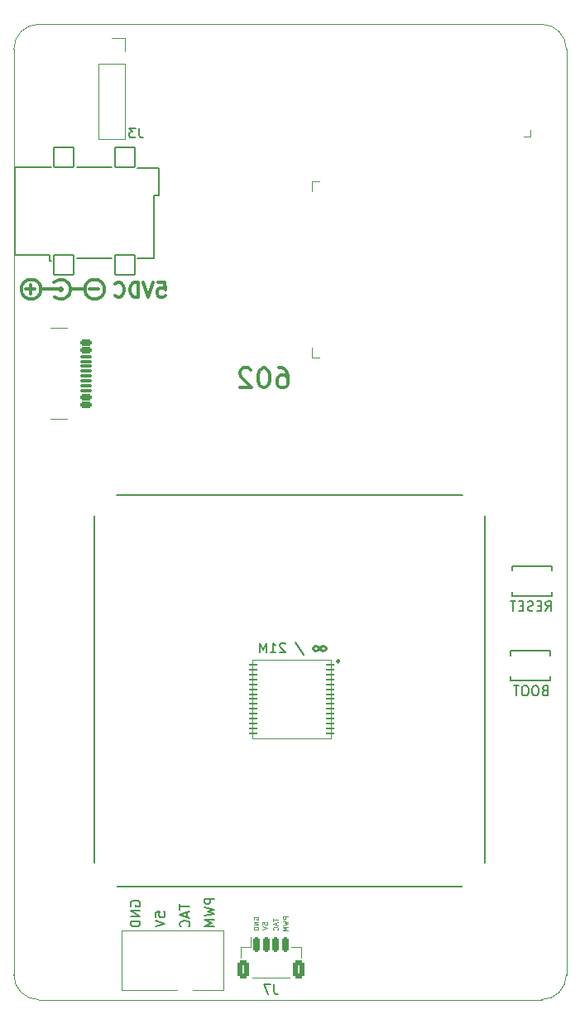
<source format=gbr>
%TF.GenerationSoftware,KiCad,Pcbnew,8.0.7*%
%TF.CreationDate,2025-01-25T17:17:19-05:00*%
%TF.ProjectId,bitaxeGamma,62697461-7865-4476-916d-6d612e6b6963,rev?*%
%TF.SameCoordinates,Original*%
%TF.FileFunction,Legend,Bot*%
%TF.FilePolarity,Positive*%
%FSLAX46Y46*%
G04 Gerber Fmt 4.6, Leading zero omitted, Abs format (unit mm)*
G04 Created by KiCad (PCBNEW 8.0.7) date 2025-01-25 17:17:19*
%MOMM*%
%LPD*%
G01*
G04 APERTURE LIST*
G04 Aperture macros list*
%AMRoundRect*
0 Rectangle with rounded corners*
0 $1 Rounding radius*
0 $2 $3 $4 $5 $6 $7 $8 $9 X,Y pos of 4 corners*
0 Add a 4 corners polygon primitive as box body*
4,1,4,$2,$3,$4,$5,$6,$7,$8,$9,$2,$3,0*
0 Add four circle primitives for the rounded corners*
1,1,$1+$1,$2,$3*
1,1,$1+$1,$4,$5*
1,1,$1+$1,$6,$7*
1,1,$1+$1,$8,$9*
0 Add four rect primitives between the rounded corners*
20,1,$1+$1,$2,$3,$4,$5,0*
20,1,$1+$1,$4,$5,$6,$7,0*
20,1,$1+$1,$6,$7,$8,$9,0*
20,1,$1+$1,$8,$9,$2,$3,0*%
G04 Aperture macros list end*
%ADD10C,0.150000*%
%ADD11C,0.125000*%
%ADD12C,0.300000*%
%ADD13C,0.250000*%
%ADD14C,0.120000*%
%ADD15C,0.050000*%
%ADD16C,0.227485*%
%ADD17C,0.000000*%
%ADD18C,0.127000*%
%ADD19C,0.152400*%
%ADD20C,0.310000*%
%ADD21C,6.000000*%
%ADD22C,0.800000*%
%ADD23R,1.700000X1.700000*%
%ADD24O,1.700000X1.700000*%
%ADD25C,0.400000*%
%ADD26C,1.295400*%
%ADD27C,1.574800*%
%ADD28C,1.700000*%
%ADD29C,2.000000*%
%ADD30C,0.650000*%
%ADD31RoundRect,0.150000X0.425000X-0.150000X0.425000X0.150000X-0.425000X0.150000X-0.425000X-0.150000X0*%
%ADD32RoundRect,0.075000X0.500000X-0.075000X0.500000X0.075000X-0.500000X0.075000X-0.500000X-0.075000X0*%
%ADD33O,1.800000X1.000000*%
%ADD34O,2.100000X1.000000*%
%ADD35R,0.900000X1.500000*%
%ADD36R,1.500000X0.900000*%
%ADD37R,0.900000X0.900000*%
%ADD38C,0.990600*%
%ADD39C,0.787400*%
%ADD40RoundRect,0.055250X0.340750X0.055250X-0.340750X0.055250X-0.340750X-0.055250X0.340750X-0.055250X0*%
%ADD41C,1.600000*%
%ADD42C,1.800000*%
%ADD43RoundRect,0.102000X1.000000X-1.000000X1.000000X1.000000X-1.000000X1.000000X-1.000000X-1.000000X0*%
%ADD44R,0.900000X1.800000*%
%ADD45RoundRect,0.150000X-0.150000X-0.625000X0.150000X-0.625000X0.150000X0.625000X-0.150000X0.625000X0*%
%ADD46RoundRect,0.250000X-0.350000X-0.650000X0.350000X-0.650000X0.350000X0.650000X-0.350000X0.650000X0*%
%TA.AperFunction,Profile*%
%ADD47C,0.001000*%
%TD*%
G04 APERTURE END LIST*
D10*
X85450000Y-95700000D02*
X125430000Y-95700000D01*
X125430000Y-135690000D01*
X85450000Y-135690000D01*
X85450000Y-95700000D01*
D11*
X103724809Y-138992858D02*
X103724809Y-139278572D01*
X104224809Y-139135715D02*
X103724809Y-139135715D01*
X104081952Y-139421429D02*
X104081952Y-139659524D01*
X104224809Y-139373810D02*
X103724809Y-139540476D01*
X103724809Y-139540476D02*
X104224809Y-139707143D01*
X104177190Y-140159523D02*
X104201000Y-140135714D01*
X104201000Y-140135714D02*
X104224809Y-140064285D01*
X104224809Y-140064285D02*
X104224809Y-140016666D01*
X104224809Y-140016666D02*
X104201000Y-139945238D01*
X104201000Y-139945238D02*
X104153380Y-139897619D01*
X104153380Y-139897619D02*
X104105761Y-139873809D01*
X104105761Y-139873809D02*
X104010523Y-139850000D01*
X104010523Y-139850000D02*
X103939095Y-139850000D01*
X103939095Y-139850000D02*
X103843857Y-139873809D01*
X103843857Y-139873809D02*
X103796238Y-139897619D01*
X103796238Y-139897619D02*
X103748619Y-139945238D01*
X103748619Y-139945238D02*
X103724809Y-140016666D01*
X103724809Y-140016666D02*
X103724809Y-140064285D01*
X103724809Y-140064285D02*
X103748619Y-140135714D01*
X103748619Y-140135714D02*
X103772428Y-140159523D01*
D10*
X106006190Y-110747200D02*
X106863332Y-112032914D01*
X104958570Y-110890057D02*
X104910951Y-110842438D01*
X104910951Y-110842438D02*
X104815713Y-110794819D01*
X104815713Y-110794819D02*
X104577618Y-110794819D01*
X104577618Y-110794819D02*
X104482380Y-110842438D01*
X104482380Y-110842438D02*
X104434761Y-110890057D01*
X104434761Y-110890057D02*
X104387142Y-110985295D01*
X104387142Y-110985295D02*
X104387142Y-111080533D01*
X104387142Y-111080533D02*
X104434761Y-111223390D01*
X104434761Y-111223390D02*
X105006189Y-111794819D01*
X105006189Y-111794819D02*
X104387142Y-111794819D01*
X103434761Y-111794819D02*
X104006189Y-111794819D01*
X103720475Y-111794819D02*
X103720475Y-110794819D01*
X103720475Y-110794819D02*
X103815713Y-110937676D01*
X103815713Y-110937676D02*
X103910951Y-111032914D01*
X103910951Y-111032914D02*
X104006189Y-111080533D01*
X103006189Y-111794819D02*
X103006189Y-110794819D01*
X103006189Y-110794819D02*
X102672856Y-111509104D01*
X102672856Y-111509104D02*
X102339523Y-110794819D01*
X102339523Y-110794819D02*
X102339523Y-111794819D01*
X91663819Y-138827523D02*
X91663819Y-138351333D01*
X91663819Y-138351333D02*
X92140009Y-138303714D01*
X92140009Y-138303714D02*
X92092390Y-138351333D01*
X92092390Y-138351333D02*
X92044771Y-138446571D01*
X92044771Y-138446571D02*
X92044771Y-138684666D01*
X92044771Y-138684666D02*
X92092390Y-138779904D01*
X92092390Y-138779904D02*
X92140009Y-138827523D01*
X92140009Y-138827523D02*
X92235247Y-138875142D01*
X92235247Y-138875142D02*
X92473342Y-138875142D01*
X92473342Y-138875142D02*
X92568580Y-138827523D01*
X92568580Y-138827523D02*
X92616200Y-138779904D01*
X92616200Y-138779904D02*
X92663819Y-138684666D01*
X92663819Y-138684666D02*
X92663819Y-138446571D01*
X92663819Y-138446571D02*
X92616200Y-138351333D01*
X92616200Y-138351333D02*
X92568580Y-138303714D01*
X91663819Y-139160857D02*
X92663819Y-139494190D01*
X92663819Y-139494190D02*
X91663819Y-139827523D01*
D12*
X91911203Y-73930828D02*
X92625489Y-73930828D01*
X92625489Y-73930828D02*
X92696917Y-74645114D01*
X92696917Y-74645114D02*
X92625489Y-74573685D01*
X92625489Y-74573685D02*
X92482632Y-74502257D01*
X92482632Y-74502257D02*
X92125489Y-74502257D01*
X92125489Y-74502257D02*
X91982632Y-74573685D01*
X91982632Y-74573685D02*
X91911203Y-74645114D01*
X91911203Y-74645114D02*
X91839774Y-74787971D01*
X91839774Y-74787971D02*
X91839774Y-75145114D01*
X91839774Y-75145114D02*
X91911203Y-75287971D01*
X91911203Y-75287971D02*
X91982632Y-75359400D01*
X91982632Y-75359400D02*
X92125489Y-75430828D01*
X92125489Y-75430828D02*
X92482632Y-75430828D01*
X92482632Y-75430828D02*
X92625489Y-75359400D01*
X92625489Y-75359400D02*
X92696917Y-75287971D01*
X91411203Y-73930828D02*
X90911203Y-75430828D01*
X90911203Y-75430828D02*
X90411203Y-73930828D01*
X89911204Y-75430828D02*
X89911204Y-73930828D01*
X89911204Y-73930828D02*
X89554061Y-73930828D01*
X89554061Y-73930828D02*
X89339775Y-74002257D01*
X89339775Y-74002257D02*
X89196918Y-74145114D01*
X89196918Y-74145114D02*
X89125489Y-74287971D01*
X89125489Y-74287971D02*
X89054061Y-74573685D01*
X89054061Y-74573685D02*
X89054061Y-74787971D01*
X89054061Y-74787971D02*
X89125489Y-75073685D01*
X89125489Y-75073685D02*
X89196918Y-75216542D01*
X89196918Y-75216542D02*
X89339775Y-75359400D01*
X89339775Y-75359400D02*
X89554061Y-75430828D01*
X89554061Y-75430828D02*
X89911204Y-75430828D01*
X87554061Y-75287971D02*
X87625489Y-75359400D01*
X87625489Y-75359400D02*
X87839775Y-75430828D01*
X87839775Y-75430828D02*
X87982632Y-75430828D01*
X87982632Y-75430828D02*
X88196918Y-75359400D01*
X88196918Y-75359400D02*
X88339775Y-75216542D01*
X88339775Y-75216542D02*
X88411204Y-75073685D01*
X88411204Y-75073685D02*
X88482632Y-74787971D01*
X88482632Y-74787971D02*
X88482632Y-74573685D01*
X88482632Y-74573685D02*
X88411204Y-74287971D01*
X88411204Y-74287971D02*
X88339775Y-74145114D01*
X88339775Y-74145114D02*
X88196918Y-74002257D01*
X88196918Y-74002257D02*
X87982632Y-73930828D01*
X87982632Y-73930828D02*
X87839775Y-73930828D01*
X87839775Y-73930828D02*
X87625489Y-74002257D01*
X87625489Y-74002257D02*
X87554061Y-74073685D01*
X104299298Y-82679638D02*
X104680251Y-82679638D01*
X104680251Y-82679638D02*
X104870727Y-82774876D01*
X104870727Y-82774876D02*
X104965965Y-82870114D01*
X104965965Y-82870114D02*
X105156441Y-83155828D01*
X105156441Y-83155828D02*
X105251679Y-83536780D01*
X105251679Y-83536780D02*
X105251679Y-84298685D01*
X105251679Y-84298685D02*
X105156441Y-84489161D01*
X105156441Y-84489161D02*
X105061203Y-84584400D01*
X105061203Y-84584400D02*
X104870727Y-84679638D01*
X104870727Y-84679638D02*
X104489774Y-84679638D01*
X104489774Y-84679638D02*
X104299298Y-84584400D01*
X104299298Y-84584400D02*
X104204060Y-84489161D01*
X104204060Y-84489161D02*
X104108822Y-84298685D01*
X104108822Y-84298685D02*
X104108822Y-83822495D01*
X104108822Y-83822495D02*
X104204060Y-83632019D01*
X104204060Y-83632019D02*
X104299298Y-83536780D01*
X104299298Y-83536780D02*
X104489774Y-83441542D01*
X104489774Y-83441542D02*
X104870727Y-83441542D01*
X104870727Y-83441542D02*
X105061203Y-83536780D01*
X105061203Y-83536780D02*
X105156441Y-83632019D01*
X105156441Y-83632019D02*
X105251679Y-83822495D01*
X102870727Y-82679638D02*
X102680250Y-82679638D01*
X102680250Y-82679638D02*
X102489774Y-82774876D01*
X102489774Y-82774876D02*
X102394536Y-82870114D01*
X102394536Y-82870114D02*
X102299298Y-83060590D01*
X102299298Y-83060590D02*
X102204060Y-83441542D01*
X102204060Y-83441542D02*
X102204060Y-83917733D01*
X102204060Y-83917733D02*
X102299298Y-84298685D01*
X102299298Y-84298685D02*
X102394536Y-84489161D01*
X102394536Y-84489161D02*
X102489774Y-84584400D01*
X102489774Y-84584400D02*
X102680250Y-84679638D01*
X102680250Y-84679638D02*
X102870727Y-84679638D01*
X102870727Y-84679638D02*
X103061203Y-84584400D01*
X103061203Y-84584400D02*
X103156441Y-84489161D01*
X103156441Y-84489161D02*
X103251679Y-84298685D01*
X103251679Y-84298685D02*
X103346917Y-83917733D01*
X103346917Y-83917733D02*
X103346917Y-83441542D01*
X103346917Y-83441542D02*
X103251679Y-83060590D01*
X103251679Y-83060590D02*
X103156441Y-82870114D01*
X103156441Y-82870114D02*
X103061203Y-82774876D01*
X103061203Y-82774876D02*
X102870727Y-82679638D01*
X101442155Y-82870114D02*
X101346917Y-82774876D01*
X101346917Y-82774876D02*
X101156441Y-82679638D01*
X101156441Y-82679638D02*
X100680250Y-82679638D01*
X100680250Y-82679638D02*
X100489774Y-82774876D01*
X100489774Y-82774876D02*
X100394536Y-82870114D01*
X100394536Y-82870114D02*
X100299298Y-83060590D01*
X100299298Y-83060590D02*
X100299298Y-83251066D01*
X100299298Y-83251066D02*
X100394536Y-83536780D01*
X100394536Y-83536780D02*
X101537393Y-84679638D01*
X101537393Y-84679638D02*
X100299298Y-84679638D01*
D11*
X101748619Y-139119047D02*
X101724809Y-139071428D01*
X101724809Y-139071428D02*
X101724809Y-138999999D01*
X101724809Y-138999999D02*
X101748619Y-138928571D01*
X101748619Y-138928571D02*
X101796238Y-138880952D01*
X101796238Y-138880952D02*
X101843857Y-138857142D01*
X101843857Y-138857142D02*
X101939095Y-138833333D01*
X101939095Y-138833333D02*
X102010523Y-138833333D01*
X102010523Y-138833333D02*
X102105761Y-138857142D01*
X102105761Y-138857142D02*
X102153380Y-138880952D01*
X102153380Y-138880952D02*
X102201000Y-138928571D01*
X102201000Y-138928571D02*
X102224809Y-138999999D01*
X102224809Y-138999999D02*
X102224809Y-139047618D01*
X102224809Y-139047618D02*
X102201000Y-139119047D01*
X102201000Y-139119047D02*
X102177190Y-139142856D01*
X102177190Y-139142856D02*
X102010523Y-139142856D01*
X102010523Y-139142856D02*
X102010523Y-139047618D01*
X102224809Y-139357142D02*
X101724809Y-139357142D01*
X101724809Y-139357142D02*
X102224809Y-139642856D01*
X102224809Y-139642856D02*
X101724809Y-139642856D01*
X102224809Y-139880952D02*
X101724809Y-139880952D01*
X101724809Y-139880952D02*
X101724809Y-140000000D01*
X101724809Y-140000000D02*
X101748619Y-140071428D01*
X101748619Y-140071428D02*
X101796238Y-140119047D01*
X101796238Y-140119047D02*
X101843857Y-140142857D01*
X101843857Y-140142857D02*
X101939095Y-140166666D01*
X101939095Y-140166666D02*
X102010523Y-140166666D01*
X102010523Y-140166666D02*
X102105761Y-140142857D01*
X102105761Y-140142857D02*
X102153380Y-140119047D01*
X102153380Y-140119047D02*
X102201000Y-140071428D01*
X102201000Y-140071428D02*
X102224809Y-140000000D01*
X102224809Y-140000000D02*
X102224809Y-139880952D01*
D10*
X97719819Y-136958238D02*
X96719819Y-136958238D01*
X96719819Y-136958238D02*
X96719819Y-137339190D01*
X96719819Y-137339190D02*
X96767438Y-137434428D01*
X96767438Y-137434428D02*
X96815057Y-137482047D01*
X96815057Y-137482047D02*
X96910295Y-137529666D01*
X96910295Y-137529666D02*
X97053152Y-137529666D01*
X97053152Y-137529666D02*
X97148390Y-137482047D01*
X97148390Y-137482047D02*
X97196009Y-137434428D01*
X97196009Y-137434428D02*
X97243628Y-137339190D01*
X97243628Y-137339190D02*
X97243628Y-136958238D01*
X96719819Y-137863000D02*
X97719819Y-138101095D01*
X97719819Y-138101095D02*
X97005533Y-138291571D01*
X97005533Y-138291571D02*
X97719819Y-138482047D01*
X97719819Y-138482047D02*
X96719819Y-138720143D01*
X97719819Y-139101095D02*
X96719819Y-139101095D01*
X96719819Y-139101095D02*
X97434104Y-139434428D01*
X97434104Y-139434428D02*
X96719819Y-139767761D01*
X96719819Y-139767761D02*
X97719819Y-139767761D01*
D11*
X102624809Y-139604762D02*
X102624809Y-139366667D01*
X102624809Y-139366667D02*
X102862904Y-139342858D01*
X102862904Y-139342858D02*
X102839095Y-139366667D01*
X102839095Y-139366667D02*
X102815285Y-139414286D01*
X102815285Y-139414286D02*
X102815285Y-139533334D01*
X102815285Y-139533334D02*
X102839095Y-139580953D01*
X102839095Y-139580953D02*
X102862904Y-139604762D01*
X102862904Y-139604762D02*
X102910523Y-139628572D01*
X102910523Y-139628572D02*
X103029571Y-139628572D01*
X103029571Y-139628572D02*
X103077190Y-139604762D01*
X103077190Y-139604762D02*
X103101000Y-139580953D01*
X103101000Y-139580953D02*
X103124809Y-139533334D01*
X103124809Y-139533334D02*
X103124809Y-139414286D01*
X103124809Y-139414286D02*
X103101000Y-139366667D01*
X103101000Y-139366667D02*
X103077190Y-139342858D01*
X102624809Y-139771429D02*
X103124809Y-139938095D01*
X103124809Y-139938095D02*
X102624809Y-140104762D01*
D13*
X108259523Y-111149857D02*
X108069047Y-111054619D01*
X108069047Y-111054619D02*
X107878571Y-111149857D01*
X107878571Y-111149857D02*
X107783333Y-111340333D01*
X107783333Y-111340333D02*
X107878571Y-111530809D01*
X107878571Y-111530809D02*
X108069047Y-111626047D01*
X108069047Y-111626047D02*
X108259523Y-111530809D01*
X108259523Y-111530809D02*
X108640475Y-111149857D01*
X108640475Y-111149857D02*
X108830952Y-111054619D01*
X108830952Y-111054619D02*
X109021428Y-111149857D01*
X109021428Y-111149857D02*
X109116666Y-111340333D01*
X109116666Y-111340333D02*
X109021428Y-111530809D01*
X109021428Y-111530809D02*
X108830952Y-111626047D01*
X108830952Y-111626047D02*
X108640475Y-111530809D01*
X108640475Y-111530809D02*
X108259523Y-111149857D01*
D10*
X94187319Y-137482047D02*
X94187319Y-138053475D01*
X95187319Y-137767761D02*
X94187319Y-137767761D01*
X94901604Y-138339190D02*
X94901604Y-138815380D01*
X95187319Y-138243952D02*
X94187319Y-138577285D01*
X94187319Y-138577285D02*
X95187319Y-138910618D01*
X95092080Y-139815380D02*
X95139700Y-139767761D01*
X95139700Y-139767761D02*
X95187319Y-139624904D01*
X95187319Y-139624904D02*
X95187319Y-139529666D01*
X95187319Y-139529666D02*
X95139700Y-139386809D01*
X95139700Y-139386809D02*
X95044461Y-139291571D01*
X95044461Y-139291571D02*
X94949223Y-139243952D01*
X94949223Y-139243952D02*
X94758747Y-139196333D01*
X94758747Y-139196333D02*
X94615890Y-139196333D01*
X94615890Y-139196333D02*
X94425414Y-139243952D01*
X94425414Y-139243952D02*
X94330176Y-139291571D01*
X94330176Y-139291571D02*
X94234938Y-139386809D01*
X94234938Y-139386809D02*
X94187319Y-139529666D01*
X94187319Y-139529666D02*
X94187319Y-139624904D01*
X94187319Y-139624904D02*
X94234938Y-139767761D01*
X94234938Y-139767761D02*
X94282557Y-139815380D01*
X89169938Y-137720143D02*
X89122319Y-137624905D01*
X89122319Y-137624905D02*
X89122319Y-137482048D01*
X89122319Y-137482048D02*
X89169938Y-137339191D01*
X89169938Y-137339191D02*
X89265176Y-137243953D01*
X89265176Y-137243953D02*
X89360414Y-137196334D01*
X89360414Y-137196334D02*
X89550890Y-137148715D01*
X89550890Y-137148715D02*
X89693747Y-137148715D01*
X89693747Y-137148715D02*
X89884223Y-137196334D01*
X89884223Y-137196334D02*
X89979461Y-137243953D01*
X89979461Y-137243953D02*
X90074700Y-137339191D01*
X90074700Y-137339191D02*
X90122319Y-137482048D01*
X90122319Y-137482048D02*
X90122319Y-137577286D01*
X90122319Y-137577286D02*
X90074700Y-137720143D01*
X90074700Y-137720143D02*
X90027080Y-137767762D01*
X90027080Y-137767762D02*
X89693747Y-137767762D01*
X89693747Y-137767762D02*
X89693747Y-137577286D01*
X90122319Y-138196334D02*
X89122319Y-138196334D01*
X89122319Y-138196334D02*
X90122319Y-138767762D01*
X90122319Y-138767762D02*
X89122319Y-138767762D01*
X90122319Y-139243953D02*
X89122319Y-139243953D01*
X89122319Y-139243953D02*
X89122319Y-139482048D01*
X89122319Y-139482048D02*
X89169938Y-139624905D01*
X89169938Y-139624905D02*
X89265176Y-139720143D01*
X89265176Y-139720143D02*
X89360414Y-139767762D01*
X89360414Y-139767762D02*
X89550890Y-139815381D01*
X89550890Y-139815381D02*
X89693747Y-139815381D01*
X89693747Y-139815381D02*
X89884223Y-139767762D01*
X89884223Y-139767762D02*
X89979461Y-139720143D01*
X89979461Y-139720143D02*
X90074700Y-139624905D01*
X90074700Y-139624905D02*
X90122319Y-139482048D01*
X90122319Y-139482048D02*
X90122319Y-139243953D01*
D11*
X105224809Y-138797618D02*
X104724809Y-138797618D01*
X104724809Y-138797618D02*
X104724809Y-138988094D01*
X104724809Y-138988094D02*
X104748619Y-139035713D01*
X104748619Y-139035713D02*
X104772428Y-139059523D01*
X104772428Y-139059523D02*
X104820047Y-139083332D01*
X104820047Y-139083332D02*
X104891476Y-139083332D01*
X104891476Y-139083332D02*
X104939095Y-139059523D01*
X104939095Y-139059523D02*
X104962904Y-139035713D01*
X104962904Y-139035713D02*
X104986714Y-138988094D01*
X104986714Y-138988094D02*
X104986714Y-138797618D01*
X104724809Y-139249999D02*
X105224809Y-139369047D01*
X105224809Y-139369047D02*
X104867666Y-139464285D01*
X104867666Y-139464285D02*
X105224809Y-139559523D01*
X105224809Y-139559523D02*
X104724809Y-139678571D01*
X105224809Y-139869047D02*
X104724809Y-139869047D01*
X104724809Y-139869047D02*
X105081952Y-140035714D01*
X105081952Y-140035714D02*
X104724809Y-140202380D01*
X104724809Y-140202380D02*
X105224809Y-140202380D01*
D10*
X90013333Y-58134819D02*
X90013333Y-58849104D01*
X90013333Y-58849104D02*
X90060952Y-58991961D01*
X90060952Y-58991961D02*
X90156190Y-59087200D01*
X90156190Y-59087200D02*
X90299047Y-59134819D01*
X90299047Y-59134819D02*
X90394285Y-59134819D01*
X89632380Y-58134819D02*
X89013333Y-58134819D01*
X89013333Y-58134819D02*
X89346666Y-58515771D01*
X89346666Y-58515771D02*
X89203809Y-58515771D01*
X89203809Y-58515771D02*
X89108571Y-58563390D01*
X89108571Y-58563390D02*
X89060952Y-58611009D01*
X89060952Y-58611009D02*
X89013333Y-58706247D01*
X89013333Y-58706247D02*
X89013333Y-58944342D01*
X89013333Y-58944342D02*
X89060952Y-59039580D01*
X89060952Y-59039580D02*
X89108571Y-59087200D01*
X89108571Y-59087200D02*
X89203809Y-59134819D01*
X89203809Y-59134819D02*
X89489523Y-59134819D01*
X89489523Y-59134819D02*
X89584761Y-59087200D01*
X89584761Y-59087200D02*
X89632380Y-59039580D01*
X131608381Y-107530819D02*
X131941714Y-107054628D01*
X132179809Y-107530819D02*
X132179809Y-106530819D01*
X132179809Y-106530819D02*
X131798857Y-106530819D01*
X131798857Y-106530819D02*
X131703619Y-106578438D01*
X131703619Y-106578438D02*
X131656000Y-106626057D01*
X131656000Y-106626057D02*
X131608381Y-106721295D01*
X131608381Y-106721295D02*
X131608381Y-106864152D01*
X131608381Y-106864152D02*
X131656000Y-106959390D01*
X131656000Y-106959390D02*
X131703619Y-107007009D01*
X131703619Y-107007009D02*
X131798857Y-107054628D01*
X131798857Y-107054628D02*
X132179809Y-107054628D01*
X131179809Y-107007009D02*
X130846476Y-107007009D01*
X130703619Y-107530819D02*
X131179809Y-107530819D01*
X131179809Y-107530819D02*
X131179809Y-106530819D01*
X131179809Y-106530819D02*
X130703619Y-106530819D01*
X130322666Y-107483200D02*
X130179809Y-107530819D01*
X130179809Y-107530819D02*
X129941714Y-107530819D01*
X129941714Y-107530819D02*
X129846476Y-107483200D01*
X129846476Y-107483200D02*
X129798857Y-107435580D01*
X129798857Y-107435580D02*
X129751238Y-107340342D01*
X129751238Y-107340342D02*
X129751238Y-107245104D01*
X129751238Y-107245104D02*
X129798857Y-107149866D01*
X129798857Y-107149866D02*
X129846476Y-107102247D01*
X129846476Y-107102247D02*
X129941714Y-107054628D01*
X129941714Y-107054628D02*
X130132190Y-107007009D01*
X130132190Y-107007009D02*
X130227428Y-106959390D01*
X130227428Y-106959390D02*
X130275047Y-106911771D01*
X130275047Y-106911771D02*
X130322666Y-106816533D01*
X130322666Y-106816533D02*
X130322666Y-106721295D01*
X130322666Y-106721295D02*
X130275047Y-106626057D01*
X130275047Y-106626057D02*
X130227428Y-106578438D01*
X130227428Y-106578438D02*
X130132190Y-106530819D01*
X130132190Y-106530819D02*
X129894095Y-106530819D01*
X129894095Y-106530819D02*
X129751238Y-106578438D01*
X129322666Y-107007009D02*
X128989333Y-107007009D01*
X128846476Y-107530819D02*
X129322666Y-107530819D01*
X129322666Y-107530819D02*
X129322666Y-106530819D01*
X129322666Y-106530819D02*
X128846476Y-106530819D01*
X128560761Y-106530819D02*
X127989333Y-106530819D01*
X128275047Y-107530819D02*
X128275047Y-106530819D01*
D12*
X79364930Y-74636649D02*
X78412550Y-74636649D01*
X78888740Y-75112839D02*
X78888740Y-74160458D01*
X85874930Y-74626649D02*
X84922550Y-74626649D01*
D10*
X131514142Y-115659009D02*
X131371285Y-115706628D01*
X131371285Y-115706628D02*
X131323666Y-115754247D01*
X131323666Y-115754247D02*
X131276047Y-115849485D01*
X131276047Y-115849485D02*
X131276047Y-115992342D01*
X131276047Y-115992342D02*
X131323666Y-116087580D01*
X131323666Y-116087580D02*
X131371285Y-116135200D01*
X131371285Y-116135200D02*
X131466523Y-116182819D01*
X131466523Y-116182819D02*
X131847475Y-116182819D01*
X131847475Y-116182819D02*
X131847475Y-115182819D01*
X131847475Y-115182819D02*
X131514142Y-115182819D01*
X131514142Y-115182819D02*
X131418904Y-115230438D01*
X131418904Y-115230438D02*
X131371285Y-115278057D01*
X131371285Y-115278057D02*
X131323666Y-115373295D01*
X131323666Y-115373295D02*
X131323666Y-115468533D01*
X131323666Y-115468533D02*
X131371285Y-115563771D01*
X131371285Y-115563771D02*
X131418904Y-115611390D01*
X131418904Y-115611390D02*
X131514142Y-115659009D01*
X131514142Y-115659009D02*
X131847475Y-115659009D01*
X130656999Y-115182819D02*
X130466523Y-115182819D01*
X130466523Y-115182819D02*
X130371285Y-115230438D01*
X130371285Y-115230438D02*
X130276047Y-115325676D01*
X130276047Y-115325676D02*
X130228428Y-115516152D01*
X130228428Y-115516152D02*
X130228428Y-115849485D01*
X130228428Y-115849485D02*
X130276047Y-116039961D01*
X130276047Y-116039961D02*
X130371285Y-116135200D01*
X130371285Y-116135200D02*
X130466523Y-116182819D01*
X130466523Y-116182819D02*
X130656999Y-116182819D01*
X130656999Y-116182819D02*
X130752237Y-116135200D01*
X130752237Y-116135200D02*
X130847475Y-116039961D01*
X130847475Y-116039961D02*
X130895094Y-115849485D01*
X130895094Y-115849485D02*
X130895094Y-115516152D01*
X130895094Y-115516152D02*
X130847475Y-115325676D01*
X130847475Y-115325676D02*
X130752237Y-115230438D01*
X130752237Y-115230438D02*
X130656999Y-115182819D01*
X129609380Y-115182819D02*
X129418904Y-115182819D01*
X129418904Y-115182819D02*
X129323666Y-115230438D01*
X129323666Y-115230438D02*
X129228428Y-115325676D01*
X129228428Y-115325676D02*
X129180809Y-115516152D01*
X129180809Y-115516152D02*
X129180809Y-115849485D01*
X129180809Y-115849485D02*
X129228428Y-116039961D01*
X129228428Y-116039961D02*
X129323666Y-116135200D01*
X129323666Y-116135200D02*
X129418904Y-116182819D01*
X129418904Y-116182819D02*
X129609380Y-116182819D01*
X129609380Y-116182819D02*
X129704618Y-116135200D01*
X129704618Y-116135200D02*
X129799856Y-116039961D01*
X129799856Y-116039961D02*
X129847475Y-115849485D01*
X129847475Y-115849485D02*
X129847475Y-115516152D01*
X129847475Y-115516152D02*
X129799856Y-115325676D01*
X129799856Y-115325676D02*
X129704618Y-115230438D01*
X129704618Y-115230438D02*
X129609380Y-115182819D01*
X128895094Y-115182819D02*
X128323666Y-115182819D01*
X128609380Y-116182819D02*
X128609380Y-115182819D01*
X103833333Y-145754819D02*
X103833333Y-146469104D01*
X103833333Y-146469104D02*
X103880952Y-146611961D01*
X103880952Y-146611961D02*
X103976190Y-146707200D01*
X103976190Y-146707200D02*
X104119047Y-146754819D01*
X104119047Y-146754819D02*
X104214285Y-146754819D01*
X103452380Y-145754819D02*
X102785714Y-145754819D01*
X102785714Y-145754819D02*
X103214285Y-146754819D01*
D14*
%TO.C,J6*%
X88198600Y-140193000D02*
X98663400Y-140193000D01*
X88198600Y-146289000D02*
X88198600Y-140193000D01*
X93861825Y-146289000D02*
X88198600Y-146289000D01*
X98663400Y-140193000D02*
X98663400Y-146289000D01*
X98663400Y-146289000D02*
X95540175Y-146289000D01*
%TO.C,J3*%
X85875000Y-51562000D02*
X85875000Y-59242000D01*
X88535000Y-48962000D02*
X87205000Y-48962000D01*
X88535000Y-50292000D02*
X88535000Y-48962000D01*
X88535000Y-51562000D02*
X85875000Y-51562000D01*
X88535000Y-51562000D02*
X88535000Y-59242000D01*
X88535000Y-59242000D02*
X85875000Y-59242000D01*
%TO.C,J5*%
X80965000Y-78590000D02*
X82665000Y-78590000D01*
X80965000Y-87930000D02*
X82665000Y-87930000D01*
%TO.C,U4*%
X107680000Y-63610000D02*
X107680000Y-64610000D01*
X107680000Y-81610000D02*
X107680000Y-80610000D01*
X108430000Y-63610000D02*
X107680000Y-63610000D01*
X108430000Y-81610000D02*
X107680000Y-81610000D01*
%TO.C,J2*%
X129400000Y-59000000D02*
X130035000Y-59000000D01*
X130035000Y-59000000D02*
X130035000Y-58365000D01*
%TO.C,U8*%
D15*
X109610562Y-112546000D02*
X101610562Y-112546000D01*
X101610562Y-120546000D01*
X109610562Y-120546000D01*
X109610562Y-112546000D01*
D16*
X110484304Y-112676000D02*
G75*
G02*
X110256820Y-112676000I-113742J0D01*
G01*
X110256820Y-112676000D02*
G75*
G02*
X110484304Y-112676000I113742J0D01*
G01*
D17*
%TO.C,G\u002A\u002A\u002A*%
G36*
X118501554Y-95339509D02*
G01*
X118504814Y-95345777D01*
X118487663Y-95353401D01*
X118476632Y-95351897D01*
X118473772Y-95339509D01*
X118476826Y-95337016D01*
X118501554Y-95339509D01*
G37*
D18*
%TO.C,J1*%
X77330000Y-62120000D02*
X77330000Y-71120000D01*
X80830000Y-71120000D02*
X77330000Y-71120000D01*
X80830000Y-71120000D02*
X80830000Y-71720000D01*
X81010000Y-62120000D02*
X77330000Y-62120000D01*
X81010000Y-71720000D02*
X80830000Y-71720000D01*
X83650000Y-62120000D02*
X87210000Y-62120000D01*
X83650000Y-71470000D02*
X87210000Y-71470000D01*
X89850000Y-62220000D02*
X92030000Y-62220000D01*
X91530000Y-65070000D02*
X91530000Y-71470000D01*
X91530000Y-65070000D02*
X92030000Y-65070000D01*
X91530000Y-71470000D02*
X89850000Y-71470000D01*
X92030000Y-62220000D02*
X92030000Y-65070000D01*
D19*
%TO.C,SW1*%
X128154000Y-102924000D02*
X132218000Y-102924000D01*
X128154000Y-103353260D02*
X128154000Y-102924000D01*
X128154000Y-105972000D02*
X128154000Y-105542740D01*
X132218000Y-102924000D02*
X132218000Y-103353260D01*
X132218000Y-105542740D02*
X132218000Y-105972000D01*
X132218000Y-105972000D02*
X128154000Y-105972000D01*
D12*
%TO.C,U1*%
X81994918Y-74631416D02*
X79965083Y-74631416D01*
X83014188Y-74631416D02*
X84454917Y-74631416D01*
X81289918Y-73916416D02*
G75*
G02*
X81335887Y-75408739I709999J-724999D01*
G01*
X79965083Y-74631416D02*
G75*
G02*
X77949917Y-74631416I-1007583J0D01*
G01*
X77949917Y-74631416D02*
G75*
G02*
X79965083Y-74631416I1007583J0D01*
G01*
D20*
X82154918Y-74641416D02*
G75*
G02*
X81844918Y-74641416I-155000J0D01*
G01*
X81844918Y-74641416D02*
G75*
G02*
X82154918Y-74641416I155000J0D01*
G01*
D12*
X86470083Y-74631416D02*
G75*
G02*
X84454917Y-74631416I-1007583J0D01*
G01*
X84454917Y-74631416D02*
G75*
G02*
X86470083Y-74631416I1007583J0D01*
G01*
D19*
%TO.C,SW2*%
X128050000Y-111631000D02*
X132114000Y-111631000D01*
X128050000Y-112060260D02*
X128050000Y-111631000D01*
X128050000Y-114679000D02*
X128050000Y-114249740D01*
X132114000Y-111631000D02*
X132114000Y-112060260D01*
X132114000Y-114249740D02*
X132114000Y-114679000D01*
X132114000Y-114679000D02*
X128050000Y-114679000D01*
D14*
%TO.C,J7*%
X100390000Y-141890000D02*
X100390000Y-143040000D01*
X101440000Y-140900000D02*
X101440000Y-141890000D01*
X101440000Y-141890000D02*
X100390000Y-141890000D01*
X105440000Y-145010000D02*
X101560000Y-145010000D01*
X105560000Y-141890000D02*
X106610000Y-141890000D01*
X106610000Y-141890000D02*
X106610000Y-143040000D01*
%TD*%
%LPC*%
%TO.C,U4*%
X133180000Y-81610000D02*
X133180000Y-63610000D01*
%TO.C,U8*%
X104290562Y-115206000D02*
X102510562Y-115206000D01*
X102510562Y-116646000D01*
X104290562Y-116646000D01*
X104290562Y-115206000D01*
G36*
X104290562Y-115206000D02*
G01*
X102510562Y-115206000D01*
X102510562Y-116646000D01*
X104290562Y-116646000D01*
X104290562Y-115206000D01*
G37*
X104290562Y-118916000D02*
X102510562Y-118916000D01*
X102510562Y-120356000D01*
X104290562Y-120356000D01*
X104290562Y-118916000D01*
G36*
X104290562Y-118916000D02*
G01*
X102510562Y-118916000D01*
X102510562Y-120356000D01*
X104290562Y-120356000D01*
X104290562Y-118916000D01*
G37*
X104300562Y-112726000D02*
X102520562Y-112726000D01*
X102520562Y-114596000D01*
X104300562Y-114596000D01*
X104300562Y-112726000D01*
G36*
X104300562Y-112726000D02*
G01*
X102520562Y-112726000D01*
X102520562Y-114596000D01*
X104300562Y-114596000D01*
X104300562Y-112726000D01*
G37*
X104300562Y-117046000D02*
X102520562Y-117046000D01*
X102520562Y-118486000D01*
X104300562Y-118486000D01*
X104300562Y-117046000D01*
G36*
X104300562Y-117046000D02*
G01*
X102520562Y-117046000D01*
X102520562Y-118486000D01*
X104300562Y-118486000D01*
X104300562Y-117046000D01*
G37*
X106500562Y-115206000D02*
X104720562Y-115206000D01*
X104720562Y-116646000D01*
X106500562Y-116646000D01*
X106500562Y-115206000D01*
G36*
X106500562Y-115206000D02*
G01*
X104720562Y-115206000D01*
X104720562Y-116646000D01*
X106500562Y-116646000D01*
X106500562Y-115206000D01*
G37*
X106500562Y-118916000D02*
X104720562Y-118916000D01*
X104720562Y-120356000D01*
X106500562Y-120356000D01*
X106500562Y-118916000D01*
G36*
X106500562Y-118916000D02*
G01*
X104720562Y-118916000D01*
X104720562Y-120356000D01*
X106500562Y-120356000D01*
X106500562Y-118916000D01*
G37*
X106510562Y-112736000D02*
X104730562Y-112736000D01*
X104730562Y-114606000D01*
X106510562Y-114606000D01*
X106510562Y-112736000D01*
G36*
X106510562Y-112736000D02*
G01*
X104730562Y-112736000D01*
X104730562Y-114606000D01*
X106510562Y-114606000D01*
X106510562Y-112736000D01*
G37*
X106510562Y-117046000D02*
X104730562Y-117046000D01*
X104730562Y-118486000D01*
X106510562Y-118486000D01*
X106510562Y-117046000D01*
G36*
X106510562Y-117046000D02*
G01*
X104730562Y-117046000D01*
X104730562Y-118486000D01*
X106510562Y-118486000D01*
X106510562Y-117046000D01*
G37*
X108710562Y-112746000D02*
X106930562Y-112746000D01*
X106930562Y-114626000D01*
X108710562Y-114626000D01*
X108710562Y-112746000D01*
G36*
X108710562Y-112746000D02*
G01*
X106930562Y-112746000D01*
X106930562Y-114626000D01*
X108710562Y-114626000D01*
X108710562Y-112746000D01*
G37*
X108710562Y-115216000D02*
X106930562Y-115216000D01*
X106930562Y-116656000D01*
X108710562Y-116656000D01*
X108710562Y-115216000D01*
G36*
X108710562Y-115216000D02*
G01*
X106930562Y-115216000D01*
X106930562Y-116656000D01*
X108710562Y-116656000D01*
X108710562Y-115216000D01*
G37*
X108710562Y-118926000D02*
X106930562Y-118926000D01*
X106930562Y-120366000D01*
X108710562Y-120366000D01*
X108710562Y-118926000D01*
G36*
X108710562Y-118926000D02*
G01*
X106930562Y-118926000D01*
X106930562Y-120366000D01*
X108710562Y-120366000D01*
X108710562Y-118926000D01*
G37*
X108720562Y-117056000D02*
X106940562Y-117056000D01*
X106940562Y-118496000D01*
X108720562Y-118496000D01*
X108720562Y-117056000D01*
G36*
X108720562Y-117056000D02*
G01*
X106940562Y-117056000D01*
X106940562Y-118496000D01*
X108720562Y-118496000D01*
X108720562Y-117056000D01*
G37*
D17*
%TO.C,G\u002A\u002A\u002A*%
G36*
X110835225Y-83669191D02*
G01*
X111225774Y-84059740D01*
X110840646Y-84445290D01*
X110743775Y-84541920D01*
X110649131Y-84635592D01*
X110567917Y-84715197D01*
X110504115Y-84776859D01*
X110461707Y-84816699D01*
X110444677Y-84830841D01*
X110429633Y-84818501D01*
X110388808Y-84780268D01*
X110326321Y-84719953D01*
X110246154Y-84641434D01*
X110152289Y-84548587D01*
X110048708Y-84445290D01*
X109663579Y-84059740D01*
X110054128Y-83669191D01*
X110444677Y-83278642D01*
X110835225Y-83669191D01*
G37*
G36*
X106952962Y-84218195D02*
G01*
X107012788Y-84384727D01*
X107130174Y-84656382D01*
X107260097Y-84893409D01*
X107401616Y-85094547D01*
X107553792Y-85258537D01*
X107715685Y-85384116D01*
X107886356Y-85470027D01*
X107916657Y-85479077D01*
X107996489Y-85494470D01*
X108098933Y-85507422D01*
X108211773Y-85516200D01*
X108448024Y-85528872D01*
X108633717Y-85851383D01*
X108687239Y-85945026D01*
X108740061Y-86039000D01*
X108781920Y-86115205D01*
X108809482Y-86167559D01*
X108819410Y-86189981D01*
X108812654Y-86193248D01*
X108772106Y-86198329D01*
X108701063Y-86202393D01*
X108606604Y-86205090D01*
X108495806Y-86206067D01*
X108172203Y-86206067D01*
X108178046Y-87763614D01*
X108179056Y-88029567D01*
X108180108Y-88286071D01*
X108181182Y-88506491D01*
X108182369Y-88693760D01*
X108183761Y-88850811D01*
X108185446Y-88980576D01*
X108187518Y-89085988D01*
X108190065Y-89169980D01*
X108193180Y-89235484D01*
X108196952Y-89285434D01*
X108201474Y-89322762D01*
X108206835Y-89350400D01*
X108213126Y-89371282D01*
X108220439Y-89388341D01*
X108228864Y-89404508D01*
X108261787Y-89457864D01*
X108349332Y-89557893D01*
X108450475Y-89629877D01*
X108508694Y-89659932D01*
X108417585Y-89713326D01*
X108319765Y-89792653D01*
X108242377Y-89900266D01*
X108195128Y-90023485D01*
X108193591Y-90033321D01*
X108189824Y-90086905D01*
X108186397Y-90179408D01*
X108183334Y-90308844D01*
X108180661Y-90473224D01*
X108178401Y-90670562D01*
X108176578Y-90898870D01*
X108175218Y-91156162D01*
X108174344Y-91440449D01*
X108173980Y-91749745D01*
X108173471Y-93386531D01*
X107742630Y-93787538D01*
X107311790Y-94188545D01*
X107277386Y-94097910D01*
X107247290Y-94032073D01*
X107177868Y-93916154D01*
X107082976Y-93783702D01*
X106967059Y-93640128D01*
X106834561Y-93490847D01*
X106689927Y-93341272D01*
X106537600Y-93196816D01*
X106483754Y-93146978D01*
X106402109Y-93067371D01*
X106327474Y-92990122D01*
X106262576Y-92918696D01*
X106210143Y-92856560D01*
X106172904Y-92807181D01*
X106153586Y-92774024D01*
X106154918Y-92760556D01*
X106179628Y-92770243D01*
X106230444Y-92806551D01*
X106299366Y-92857410D01*
X106369454Y-92896819D01*
X106436950Y-92916253D01*
X106516137Y-92921454D01*
X106532152Y-92921097D01*
X106642284Y-92901731D01*
X106745371Y-92857661D01*
X106824867Y-92795630D01*
X106826684Y-92793536D01*
X106833773Y-92782700D01*
X106839814Y-92766544D01*
X106844873Y-92742039D01*
X106849018Y-92706155D01*
X106852314Y-92655863D01*
X106854829Y-92588133D01*
X106856628Y-92499937D01*
X106857778Y-92388244D01*
X106858346Y-92250025D01*
X106858398Y-92082251D01*
X106858000Y-91881892D01*
X106857219Y-91645920D01*
X106856122Y-91371304D01*
X106850337Y-89987937D01*
X106790861Y-89886750D01*
X106733692Y-89809469D01*
X106627929Y-89721251D01*
X106524473Y-89656939D01*
X106595168Y-89620671D01*
X106660367Y-89577358D01*
X106737556Y-89503287D01*
X106800898Y-89418954D01*
X106838416Y-89338263D01*
X106840403Y-89327806D01*
X106845101Y-89272011D01*
X106849184Y-89174805D01*
X106852651Y-89036374D01*
X106855498Y-88856905D01*
X106857723Y-88636583D01*
X106859323Y-88375593D01*
X106860296Y-88074124D01*
X106860639Y-87732359D01*
X106860755Y-86206067D01*
X106708307Y-86206067D01*
X106555859Y-86206067D01*
X106282673Y-85867470D01*
X106009487Y-85528872D01*
X106435121Y-85523240D01*
X106860755Y-85517608D01*
X106861024Y-84731444D01*
X106861292Y-83945279D01*
X106952962Y-84218195D01*
G37*
G36*
X110875684Y-85508401D02*
G01*
X110901173Y-85546235D01*
X110945271Y-85612062D01*
X111005209Y-85701741D01*
X111078222Y-85811131D01*
X111161542Y-85936090D01*
X111252402Y-86072478D01*
X111628268Y-86636921D01*
X111578013Y-86701135D01*
X111533263Y-86747758D01*
X111443903Y-86815237D01*
X111334780Y-86877924D01*
X111218190Y-86928062D01*
X111111453Y-86965971D01*
X111111453Y-88107771D01*
X111111446Y-88275760D01*
X111111559Y-88507622D01*
X111112114Y-88703489D01*
X111113445Y-88866832D01*
X111115885Y-89001120D01*
X111119767Y-89109823D01*
X111125425Y-89196412D01*
X111133192Y-89264355D01*
X111143400Y-89317123D01*
X111156384Y-89358185D01*
X111172477Y-89391011D01*
X111192011Y-89419071D01*
X111215321Y-89445835D01*
X111242739Y-89474772D01*
X111256864Y-89488805D01*
X111322178Y-89541654D01*
X111387734Y-89580913D01*
X111466066Y-89616790D01*
X111381498Y-89654924D01*
X111375494Y-89657712D01*
X111281872Y-89720387D01*
X111198671Y-89808646D01*
X111140101Y-89907615D01*
X111138050Y-89913353D01*
X111132956Y-89936914D01*
X111128511Y-89974168D01*
X111124674Y-90027659D01*
X111121401Y-90099929D01*
X111118649Y-90193524D01*
X111116374Y-90310985D01*
X111114534Y-90454858D01*
X111113085Y-90627686D01*
X111111983Y-90832012D01*
X111111187Y-91070380D01*
X111110652Y-91345334D01*
X111110335Y-91659417D01*
X111109217Y-93342654D01*
X110688391Y-93742728D01*
X110674494Y-93755934D01*
X110565705Y-93858938D01*
X110467267Y-93951493D01*
X110383136Y-94029930D01*
X110317265Y-94090579D01*
X110273609Y-94129771D01*
X110256123Y-94143836D01*
X110253726Y-94142893D01*
X110237968Y-94118544D01*
X110218096Y-94071351D01*
X110201334Y-94030446D01*
X110153397Y-93941437D01*
X110083781Y-93838666D01*
X109990413Y-93719559D01*
X109871219Y-93581541D01*
X109724123Y-93422036D01*
X109547051Y-93238470D01*
X109543132Y-93234475D01*
X109396872Y-93084228D01*
X109277197Y-92958886D01*
X109184596Y-92859026D01*
X109119552Y-92785223D01*
X109082554Y-92738053D01*
X109074086Y-92718092D01*
X109094636Y-92725916D01*
X109144690Y-92762100D01*
X109161332Y-92775007D01*
X109222126Y-92820072D01*
X109267670Y-92847117D01*
X109311821Y-92863145D01*
X109368432Y-92875156D01*
X109424247Y-92880245D01*
X109532354Y-92868158D01*
X109635541Y-92832791D01*
X109716601Y-92778902D01*
X109777901Y-92720173D01*
X109777784Y-91364474D01*
X109777450Y-91061641D01*
X109776407Y-90777058D01*
X109774652Y-90533703D01*
X109772182Y-90331350D01*
X109768993Y-90169770D01*
X109765081Y-90048738D01*
X109760444Y-89968026D01*
X109755076Y-89927406D01*
X109729641Y-89873164D01*
X109684106Y-89807892D01*
X109627056Y-89741021D01*
X109567001Y-89681715D01*
X109512452Y-89639140D01*
X109471918Y-89622460D01*
X109461738Y-89621456D01*
X109460241Y-89611288D01*
X109496605Y-89588775D01*
X109590651Y-89524440D01*
X109677420Y-89436473D01*
X109738314Y-89341998D01*
X109739156Y-89340168D01*
X109746794Y-89321373D01*
X109753334Y-89298885D01*
X109758862Y-89269539D01*
X109763465Y-89230169D01*
X109767229Y-89177612D01*
X109770239Y-89108701D01*
X109772582Y-89020272D01*
X109774344Y-88909160D01*
X109775610Y-88772200D01*
X109776467Y-88606226D01*
X109777001Y-88408073D01*
X109777298Y-88174578D01*
X109777443Y-87902574D01*
X109777901Y-86546497D01*
X109723429Y-86517344D01*
X109717003Y-86513566D01*
X109670874Y-86477206D01*
X109611948Y-86421367D01*
X109551012Y-86357292D01*
X109498855Y-86296221D01*
X109466268Y-86249396D01*
X109462396Y-86239552D01*
X109467939Y-86227474D01*
X109494743Y-86220368D01*
X109549610Y-86216913D01*
X109639339Y-86215787D01*
X109644743Y-86215764D01*
X109745420Y-86213103D01*
X109821565Y-86204306D01*
X109889472Y-86186406D01*
X109965431Y-86156439D01*
X110083913Y-86098122D01*
X110261573Y-85989272D01*
X110451696Y-85850389D01*
X110649303Y-85684906D01*
X110675153Y-85662002D01*
X110750198Y-85596617D01*
X110811604Y-85544759D01*
X110853607Y-85511228D01*
X110870442Y-85500822D01*
X110875684Y-85508401D01*
G37*
G36*
X94321726Y-88203688D02*
G01*
X94327450Y-89345307D01*
X94390708Y-89447836D01*
X94449755Y-89524977D01*
X94562645Y-89615543D01*
X94671323Y-89680721D01*
X94606011Y-89707774D01*
X94543402Y-89739855D01*
X94442182Y-89826730D01*
X94366349Y-89945412D01*
X94317438Y-90050447D01*
X94317235Y-91492995D01*
X94317031Y-92935544D01*
X94374332Y-92949316D01*
X94504813Y-92999651D01*
X94623731Y-93085425D01*
X94720321Y-93199404D01*
X94789662Y-93335721D01*
X94826830Y-93488511D01*
X94839564Y-93592695D01*
X94798954Y-93519767D01*
X94767864Y-93468659D01*
X94696223Y-93385706D01*
X94612548Y-93336540D01*
X94509179Y-93315767D01*
X94396328Y-93317778D01*
X94279739Y-93339423D01*
X94277012Y-93340249D01*
X94230067Y-93356189D01*
X94151537Y-93384567D01*
X94045832Y-93423686D01*
X93917364Y-93471846D01*
X93770541Y-93527347D01*
X93609773Y-93588491D01*
X93439472Y-93653579D01*
X93264047Y-93720910D01*
X93087908Y-93788787D01*
X92915465Y-93855510D01*
X92751128Y-93919380D01*
X92599308Y-93978697D01*
X92464414Y-94031763D01*
X92350857Y-94076879D01*
X92263046Y-94112345D01*
X92205393Y-94136462D01*
X92182306Y-94147531D01*
X92156950Y-94162429D01*
X92123410Y-94161789D01*
X92108335Y-94137849D01*
X92107708Y-94130648D01*
X92092011Y-94080784D01*
X92058316Y-94005401D01*
X92010789Y-93911903D01*
X91953592Y-93807696D01*
X91890888Y-93700184D01*
X91826843Y-93596772D01*
X91765618Y-93504865D01*
X91711378Y-93431868D01*
X91633746Y-93341345D01*
X91428675Y-93144290D01*
X91199837Y-92976294D01*
X90952588Y-92840495D01*
X90692285Y-92740029D01*
X90424283Y-92678034D01*
X90264283Y-92653320D01*
X90251592Y-91883221D01*
X90250405Y-91812732D01*
X90246370Y-91603183D01*
X90241813Y-91429431D01*
X90236204Y-91286956D01*
X90229012Y-91171235D01*
X90219709Y-91077750D01*
X90207764Y-91001978D01*
X90192648Y-90939400D01*
X90173831Y-90885494D01*
X90150784Y-90835740D01*
X90122975Y-90785617D01*
X90120847Y-90782042D01*
X90055158Y-90699440D01*
X89968535Y-90624924D01*
X89878803Y-90573944D01*
X89873811Y-90570360D01*
X89893019Y-90568784D01*
X89941313Y-90573315D01*
X90042375Y-90597494D01*
X90160102Y-90644707D01*
X90275032Y-90706919D01*
X90371015Y-90776491D01*
X90398820Y-90803695D01*
X90454315Y-90864996D01*
X90523987Y-90947126D01*
X90601656Y-91042752D01*
X90681141Y-91144537D01*
X90734840Y-91213508D01*
X90818912Y-91317242D01*
X90899591Y-91412229D01*
X90969785Y-91490190D01*
X91022398Y-91542845D01*
X91062638Y-91577211D01*
X91215232Y-91682141D01*
X91381116Y-91762486D01*
X91549910Y-91813887D01*
X91711234Y-91831990D01*
X91805458Y-91831990D01*
X91727919Y-91884679D01*
X91726511Y-91885637D01*
X91680191Y-91919536D01*
X91644507Y-91954123D01*
X91617967Y-91995254D01*
X91599082Y-92048782D01*
X91586361Y-92120563D01*
X91578314Y-92216452D01*
X91573451Y-92342305D01*
X91570280Y-92503975D01*
X91570271Y-92504579D01*
X91568454Y-92654882D01*
X91568425Y-92767967D01*
X91570389Y-92848244D01*
X91574549Y-92900125D01*
X91581111Y-92928019D01*
X91590277Y-92936337D01*
X91591076Y-92936279D01*
X91620124Y-92927830D01*
X91682001Y-92906515D01*
X91771195Y-92874430D01*
X91882191Y-92833666D01*
X92009476Y-92786318D01*
X92147538Y-92734478D01*
X92290864Y-92680241D01*
X92433940Y-92625699D01*
X92571254Y-92572945D01*
X92697292Y-92524073D01*
X92806541Y-92481175D01*
X92893488Y-92446347D01*
X92952621Y-92421679D01*
X92978425Y-92409267D01*
X92980554Y-92406582D01*
X92985763Y-92388149D01*
X92990120Y-92351420D01*
X92993668Y-92293796D01*
X92996447Y-92212681D01*
X92998497Y-92105477D01*
X92999861Y-91969587D01*
X93000578Y-91802416D01*
X93000690Y-91601364D01*
X93000238Y-91363836D01*
X92999262Y-91087234D01*
X92993897Y-89785247D01*
X92845552Y-89747576D01*
X92795197Y-89733623D01*
X92584188Y-89650458D01*
X92373511Y-89528486D01*
X92166508Y-89369879D01*
X91966522Y-89176806D01*
X91954304Y-89163562D01*
X91894802Y-89097043D01*
X91816697Y-89007551D01*
X91726200Y-88902295D01*
X91629520Y-88788485D01*
X91532865Y-88673329D01*
X91411974Y-88529984D01*
X91249584Y-88344170D01*
X91104594Y-88187826D01*
X90973619Y-88057822D01*
X90853274Y-87951029D01*
X90740175Y-87864315D01*
X90630938Y-87794552D01*
X90522177Y-87738608D01*
X90514875Y-87735308D01*
X90404294Y-87692014D01*
X90286919Y-87656257D01*
X90177336Y-87631939D01*
X90090130Y-87622966D01*
X90018498Y-87622966D01*
X90056588Y-87597653D01*
X91567307Y-87597653D01*
X91567708Y-87650108D01*
X91576720Y-87862890D01*
X91599702Y-88047668D01*
X91639589Y-88214539D01*
X91699311Y-88373600D01*
X91781803Y-88534948D01*
X91889995Y-88708680D01*
X91917006Y-88748242D01*
X92050892Y-88921724D01*
X92203075Y-89088150D01*
X92366516Y-89241311D01*
X92534179Y-89374999D01*
X92699026Y-89483007D01*
X92854021Y-89559125D01*
X92900901Y-89576869D01*
X92955065Y-89595307D01*
X92984250Y-89602457D01*
X92987222Y-89592193D01*
X92991070Y-89543051D01*
X92994468Y-89454586D01*
X92997396Y-89328175D01*
X92999836Y-89165195D01*
X93001767Y-88967024D01*
X93003170Y-88735040D01*
X93004026Y-88470619D01*
X93004316Y-88175140D01*
X93004259Y-88026074D01*
X93003937Y-87793751D01*
X93003352Y-87576138D01*
X93002527Y-87376604D01*
X93001489Y-87198520D01*
X93000260Y-87045257D01*
X92998866Y-86920185D01*
X92997331Y-86826675D01*
X92995680Y-86768097D01*
X92993937Y-86747822D01*
X92991503Y-86748422D01*
X92959821Y-86759684D01*
X92896275Y-86783599D01*
X92806237Y-86818064D01*
X92695077Y-86860979D01*
X92568166Y-86910239D01*
X92430874Y-86963742D01*
X92288571Y-87019386D01*
X92146628Y-87075069D01*
X92010417Y-87128688D01*
X91885306Y-87178140D01*
X91776668Y-87221323D01*
X91689872Y-87256135D01*
X91630289Y-87280473D01*
X91603290Y-87292234D01*
X91594124Y-87298428D01*
X91582050Y-87315882D01*
X91574136Y-87347708D01*
X91569576Y-87400731D01*
X91567568Y-87481772D01*
X91567307Y-87597653D01*
X90056588Y-87597653D01*
X90089298Y-87575915D01*
X90109228Y-87560563D01*
X90163325Y-87502836D01*
X90206982Y-87436061D01*
X90217845Y-87413574D01*
X90233814Y-87371933D01*
X90244274Y-87324765D01*
X90250353Y-87263036D01*
X90253174Y-87177714D01*
X90253865Y-87059764D01*
X90253865Y-86776270D01*
X90143230Y-86741395D01*
X90058403Y-86706242D01*
X89939051Y-86622638D01*
X89843108Y-86510508D01*
X89775444Y-86376095D01*
X89740927Y-86225641D01*
X89729100Y-86112301D01*
X89775716Y-86202561D01*
X89838802Y-86289077D01*
X89932429Y-86361967D01*
X90039340Y-86403558D01*
X90070304Y-86406574D01*
X90146405Y-86401553D01*
X90233759Y-86384628D01*
X90243350Y-86381914D01*
X90296052Y-86364473D01*
X90379854Y-86334744D01*
X90490374Y-86294407D01*
X90623228Y-86245146D01*
X90774034Y-86188642D01*
X90938409Y-86126576D01*
X91111969Y-86060630D01*
X91290333Y-85992487D01*
X91469118Y-85923827D01*
X91643940Y-85856333D01*
X91810416Y-85791686D01*
X91964165Y-85731569D01*
X92100803Y-85677662D01*
X92215947Y-85631648D01*
X92305215Y-85595208D01*
X92364223Y-85570025D01*
X92388590Y-85557779D01*
X92414471Y-85541528D01*
X92448806Y-85549415D01*
X92472066Y-85595165D01*
X92475889Y-85607757D01*
X92497208Y-85662159D01*
X92530356Y-85736720D01*
X92569968Y-85819160D01*
X92595756Y-85869606D01*
X92758633Y-86140535D01*
X92945653Y-86377530D01*
X93156687Y-86580498D01*
X93391607Y-86749341D01*
X93650281Y-86883965D01*
X93932582Y-86984274D01*
X94238379Y-87050172D01*
X94316002Y-87062069D01*
X94321583Y-88175140D01*
X94321726Y-88203688D01*
G37*
G36*
X105245907Y-92057041D02*
G01*
X105245907Y-92917613D01*
X105370928Y-92967812D01*
X105430008Y-92995089D01*
X105554364Y-93083226D01*
X105649593Y-93200838D01*
X105714408Y-93346505D01*
X105734620Y-93417897D01*
X105750000Y-93484787D01*
X105755573Y-93527171D01*
X105753328Y-93550543D01*
X105743744Y-93547509D01*
X105721785Y-93509348D01*
X105693905Y-93462287D01*
X105611304Y-93368746D01*
X105512841Y-93310573D01*
X105402588Y-93290562D01*
X105354520Y-93295517D01*
X105280084Y-93309868D01*
X105198761Y-93330325D01*
X105196858Y-93330871D01*
X105147588Y-93346997D01*
X105066904Y-93375570D01*
X104959208Y-93414896D01*
X104828901Y-93463281D01*
X104680384Y-93519031D01*
X104518060Y-93580452D01*
X104346329Y-93645850D01*
X104169594Y-93713530D01*
X103992255Y-93781799D01*
X103818714Y-93848961D01*
X103653373Y-93913324D01*
X103500633Y-93973193D01*
X103364896Y-94026874D01*
X103250563Y-94072673D01*
X103162036Y-94108895D01*
X103103716Y-94133846D01*
X103080005Y-94145833D01*
X103066191Y-94157840D01*
X103049936Y-94160477D01*
X103033194Y-94141356D01*
X103011533Y-94094620D01*
X102980518Y-94014414D01*
X102957215Y-93956363D01*
X102865871Y-93771175D01*
X102749948Y-93583181D01*
X102617823Y-93406421D01*
X102498437Y-93261820D01*
X102054938Y-93718972D01*
X102010996Y-93764104D01*
X101902447Y-93874102D01*
X101806275Y-93969421D01*
X101725747Y-94046955D01*
X101664126Y-94103597D01*
X101624678Y-94136240D01*
X101610667Y-94141776D01*
X101610188Y-94135996D01*
X101594021Y-94084945D01*
X101558675Y-94011146D01*
X101509185Y-93923607D01*
X101450586Y-93831333D01*
X101387913Y-93743331D01*
X101356524Y-93704912D01*
X101294815Y-93634712D01*
X101213091Y-93545222D01*
X101116602Y-93442104D01*
X101010600Y-93331021D01*
X100900335Y-93217634D01*
X100861484Y-93178017D01*
X100728732Y-93041405D01*
X100625077Y-92932341D01*
X100549720Y-92849813D01*
X100501860Y-92792811D01*
X100480696Y-92760325D01*
X100485428Y-92751343D01*
X100515255Y-92764856D01*
X100569376Y-92799853D01*
X100621986Y-92833797D01*
X100684304Y-92868648D01*
X100728345Y-92887115D01*
X100754000Y-92891983D01*
X100854280Y-92890795D01*
X100963060Y-92865032D01*
X101063798Y-92818099D01*
X101161904Y-92757447D01*
X101167267Y-91417164D01*
X101167527Y-91347696D01*
X101168186Y-91059654D01*
X101168058Y-90802734D01*
X101167160Y-90578444D01*
X101165509Y-90388289D01*
X101163121Y-90233776D01*
X101160012Y-90116412D01*
X101156200Y-90037703D01*
X101151701Y-89999156D01*
X101146978Y-89983090D01*
X101093056Y-89872002D01*
X101011135Y-89775451D01*
X100912147Y-89706778D01*
X100814920Y-89659712D01*
X100895809Y-89623496D01*
X100952938Y-89589809D01*
X101035424Y-89515822D01*
X101065003Y-89477437D01*
X102485038Y-89477437D01*
X102485038Y-91206887D01*
X102485101Y-91363235D01*
X102485493Y-91620762D01*
X102486217Y-91864144D01*
X102487246Y-92090323D01*
X102488553Y-92296239D01*
X102490109Y-92478834D01*
X102491887Y-92635049D01*
X102493859Y-92761825D01*
X102495998Y-92856105D01*
X102498276Y-92914828D01*
X102500665Y-92934936D01*
X102519082Y-92928771D01*
X102572479Y-92909080D01*
X102656175Y-92877532D01*
X102765668Y-92835843D01*
X102896456Y-92785727D01*
X103044036Y-92728899D01*
X103203906Y-92667074D01*
X103891518Y-92400612D01*
X103896970Y-91570235D01*
X103898110Y-91398476D01*
X103899062Y-91211383D01*
X103898896Y-91057340D01*
X103897027Y-90931497D01*
X103892866Y-90829007D01*
X103885829Y-90745021D01*
X103875328Y-90674692D01*
X103860777Y-90613171D01*
X103841589Y-90555610D01*
X103817178Y-90497162D01*
X103786957Y-90432977D01*
X103750340Y-90358209D01*
X103710480Y-90281669D01*
X103588173Y-90089899D01*
X103445758Y-89917878D01*
X103287874Y-89769139D01*
X103119161Y-89647217D01*
X102944256Y-89555645D01*
X102767800Y-89497956D01*
X102594431Y-89477684D01*
X102485038Y-89477437D01*
X101065003Y-89477437D01*
X101104781Y-89425817D01*
X101148140Y-89334529D01*
X101150874Y-89322142D01*
X101156156Y-89274719D01*
X101160633Y-89197578D01*
X101164335Y-89089011D01*
X101167294Y-88947312D01*
X101169541Y-88770773D01*
X101171107Y-88557687D01*
X101172024Y-88306346D01*
X101172322Y-88015043D01*
X101172322Y-86776270D01*
X101061688Y-86741395D01*
X100976861Y-86706242D01*
X100857509Y-86622638D01*
X100761566Y-86510508D01*
X100693901Y-86376095D01*
X100659385Y-86225641D01*
X100647558Y-86112301D01*
X100694174Y-86202561D01*
X100757393Y-86289208D01*
X100850913Y-86361994D01*
X100957591Y-86403513D01*
X100983192Y-86406375D01*
X101061203Y-86401151D01*
X101155540Y-86381207D01*
X101170133Y-86376746D01*
X101228147Y-86356820D01*
X101318109Y-86324409D01*
X101435294Y-86281315D01*
X101574974Y-86229342D01*
X101732423Y-86170292D01*
X101902914Y-86105966D01*
X102081721Y-86038168D01*
X102264115Y-85968700D01*
X102445372Y-85899364D01*
X102620763Y-85831963D01*
X102785563Y-85768298D01*
X102935043Y-85710173D01*
X103064479Y-85659390D01*
X103169142Y-85617751D01*
X103244306Y-85587059D01*
X103285245Y-85569115D01*
X103316302Y-85554335D01*
X103356014Y-85542142D01*
X103376900Y-85554798D01*
X103390524Y-85595165D01*
X103408235Y-85646507D01*
X103445078Y-85729953D01*
X103494694Y-85830182D01*
X103551983Y-85937350D01*
X103611849Y-86041616D01*
X103669192Y-86133138D01*
X103677407Y-86145375D01*
X103819863Y-86327650D01*
X103991568Y-86501823D01*
X104182778Y-86659787D01*
X104383750Y-86793439D01*
X104584739Y-86894673D01*
X104686352Y-86932559D01*
X104838590Y-86979085D01*
X105001368Y-87019755D01*
X105157351Y-87049874D01*
X105235489Y-87062262D01*
X105235832Y-87212384D01*
X105238365Y-87275518D01*
X105263321Y-87400449D01*
X105316628Y-87498900D01*
X105400372Y-87575467D01*
X105470856Y-87622966D01*
X105389637Y-87623274D01*
X105342452Y-87626378D01*
X105260955Y-87637788D01*
X105176626Y-87654651D01*
X105168801Y-87656518D01*
X105045374Y-87693013D01*
X104931246Y-87742438D01*
X104821443Y-87808680D01*
X104710993Y-87895628D01*
X104594922Y-88007171D01*
X104468254Y-88147195D01*
X104326018Y-88319590D01*
X104282507Y-88373427D01*
X104152540Y-88524765D01*
X104035793Y-88643604D01*
X103927727Y-88733388D01*
X103823802Y-88797564D01*
X103719480Y-88839575D01*
X103610222Y-88862866D01*
X103516457Y-88875353D01*
X103578967Y-88840531D01*
X103614314Y-88819059D01*
X103722445Y-88727057D01*
X103801212Y-88615712D01*
X103817538Y-88582297D01*
X103839986Y-88527551D01*
X103858492Y-88466967D01*
X103873521Y-88396066D01*
X103885538Y-88310368D01*
X103895008Y-88205395D01*
X103902396Y-88076666D01*
X103908168Y-87919703D01*
X103912789Y-87730026D01*
X103916722Y-87503155D01*
X103918938Y-87331049D01*
X103920220Y-87172141D01*
X103920579Y-87031738D01*
X103920037Y-86914473D01*
X103918615Y-86824977D01*
X103916334Y-86767883D01*
X103913217Y-86747822D01*
X103911509Y-86748169D01*
X103881561Y-86758513D01*
X103819409Y-86781673D01*
X103730439Y-86815544D01*
X103620033Y-86858017D01*
X103493574Y-86906988D01*
X103356446Y-86960350D01*
X103214031Y-87015995D01*
X103071713Y-87071817D01*
X102934875Y-87125710D01*
X102808900Y-87175568D01*
X102699172Y-87219283D01*
X102611073Y-87254749D01*
X102549987Y-87279860D01*
X102521297Y-87292509D01*
X102520880Y-87292735D01*
X102512403Y-87299608D01*
X102505397Y-87312441D01*
X102499752Y-87334805D01*
X102495353Y-87370271D01*
X102492090Y-87422410D01*
X102489848Y-87494794D01*
X102488517Y-87590994D01*
X102487983Y-87714581D01*
X102488134Y-87869126D01*
X102488858Y-88058200D01*
X102490041Y-88285376D01*
X102495456Y-89258651D01*
X102682987Y-89271588D01*
X102787792Y-89282177D01*
X102905062Y-89304056D01*
X103019997Y-89338459D01*
X103137092Y-89387853D01*
X103260844Y-89454704D01*
X103395750Y-89541480D01*
X103546306Y-89650647D01*
X103717009Y-89784672D01*
X103912355Y-89946021D01*
X104063378Y-90070861D01*
X104258942Y-90224002D01*
X104436714Y-90350755D01*
X104602421Y-90453993D01*
X104761789Y-90536591D01*
X104920541Y-90601423D01*
X105084404Y-90651362D01*
X105259103Y-90689283D01*
X105450363Y-90718060D01*
X105550635Y-90730584D01*
X105464210Y-90824345D01*
X105416622Y-90883718D01*
X105359239Y-90970458D01*
X105311846Y-91057287D01*
X105245907Y-91196469D01*
X105245907Y-91211383D01*
X105245907Y-92057041D01*
G37*
G36*
X96706501Y-85545981D02*
G01*
X96733746Y-85582419D01*
X96779421Y-85646962D01*
X96840714Y-85735534D01*
X96914811Y-85844058D01*
X96998900Y-85968457D01*
X97090168Y-86104653D01*
X97097526Y-86115680D01*
X97199815Y-86269346D01*
X97281048Y-86392518D01*
X97343387Y-86488969D01*
X97388996Y-86562474D01*
X97420041Y-86616805D01*
X97438685Y-86655736D01*
X97447092Y-86683040D01*
X97447426Y-86702490D01*
X97441852Y-86717861D01*
X97403760Y-86765286D01*
X97336242Y-86823661D01*
X97250643Y-86883879D01*
X97157364Y-86938652D01*
X97066802Y-86980692D01*
X96942462Y-87028906D01*
X96942462Y-88190661D01*
X96942504Y-88337706D01*
X96942711Y-88545010D01*
X96943077Y-88736786D01*
X96943586Y-88909299D01*
X96944219Y-89058812D01*
X96944961Y-89181593D01*
X96945795Y-89273905D01*
X96946704Y-89332013D01*
X96947671Y-89352183D01*
X96947698Y-89352180D01*
X96968225Y-89344530D01*
X97023120Y-89323347D01*
X97108047Y-89290323D01*
X97218668Y-89247151D01*
X97350647Y-89195523D01*
X97499647Y-89137132D01*
X97661330Y-89073671D01*
X98369779Y-88795393D01*
X98362012Y-87708027D01*
X98354244Y-86620662D01*
X98177209Y-86443627D01*
X98175209Y-86441626D01*
X98107799Y-86372952D01*
X98053813Y-86315646D01*
X98018693Y-86275644D01*
X98007881Y-86258886D01*
X98016822Y-86257395D01*
X98057030Y-86260608D01*
X98116841Y-86270096D01*
X98188347Y-86277931D01*
X98338102Y-86265427D01*
X98503088Y-86218008D01*
X98680623Y-86136997D01*
X98868029Y-86023716D01*
X99062626Y-85879484D01*
X99261732Y-85705624D01*
X99334897Y-85639603D01*
X99396864Y-85588785D01*
X99441359Y-85558013D01*
X99462319Y-85551933D01*
X99463756Y-85553759D01*
X99483075Y-85581451D01*
X99521185Y-85637535D01*
X99574657Y-85716869D01*
X99640060Y-85814309D01*
X99713966Y-85924713D01*
X99792943Y-86042938D01*
X99873563Y-86163841D01*
X99952394Y-86282279D01*
X100026007Y-86393110D01*
X100090971Y-86491190D01*
X100143858Y-86571378D01*
X100181237Y-86628529D01*
X100199677Y-86657502D01*
X100202687Y-86677535D01*
X100181029Y-86721509D01*
X100132175Y-86775372D01*
X100062480Y-86833989D01*
X99978298Y-86892226D01*
X99885982Y-86944948D01*
X99791888Y-86987021D01*
X99692913Y-87024362D01*
X99692913Y-88177971D01*
X99692913Y-88202922D01*
X99692989Y-88447975D01*
X99693264Y-88654867D01*
X99693841Y-88826811D01*
X99694822Y-88967021D01*
X99696308Y-89078709D01*
X99698400Y-89165087D01*
X99701201Y-89229369D01*
X99704811Y-89274768D01*
X99709332Y-89304496D01*
X99714866Y-89321766D01*
X99721514Y-89329790D01*
X99729377Y-89331783D01*
X99758104Y-89335512D01*
X99830765Y-89361581D01*
X99912972Y-89406164D01*
X99991721Y-89461696D01*
X100054008Y-89520613D01*
X100062167Y-89530468D01*
X100125193Y-89629410D01*
X100172661Y-89744429D01*
X100175591Y-89753963D01*
X100202672Y-89850092D01*
X100213384Y-89908414D01*
X100207608Y-89929456D01*
X100185224Y-89913747D01*
X100146112Y-89861816D01*
X100099776Y-89801503D01*
X100017517Y-89730768D01*
X99923233Y-89694737D01*
X99811097Y-89691652D01*
X99675283Y-89719754D01*
X99658101Y-89724970D01*
X99592826Y-89746835D01*
X99504354Y-89778285D01*
X99399613Y-89816671D01*
X99285531Y-89859345D01*
X99169038Y-89903657D01*
X99057061Y-89946958D01*
X98956530Y-89986601D01*
X98874373Y-90019936D01*
X98817519Y-90044314D01*
X98792896Y-90057087D01*
X98794223Y-90064982D01*
X98820552Y-90093977D01*
X98871986Y-90138478D01*
X98942306Y-90193903D01*
X99025294Y-90255672D01*
X99114729Y-90319201D01*
X99204392Y-90379909D01*
X99288064Y-90433214D01*
X99359525Y-90474534D01*
X99365144Y-90477509D01*
X99462868Y-90523448D01*
X99569044Y-90565033D01*
X99661658Y-90593591D01*
X99666067Y-90594667D01*
X99741312Y-90613106D01*
X99801360Y-90627954D01*
X99833561Y-90636083D01*
X99836707Y-90639436D01*
X99841704Y-90658717D01*
X99845973Y-90697180D01*
X99849559Y-90757325D01*
X99852512Y-90841650D01*
X99854880Y-90952654D01*
X99856709Y-91092836D01*
X99858049Y-91264694D01*
X99858946Y-91470729D01*
X99859450Y-91713438D01*
X99859607Y-91995320D01*
X99859607Y-93347654D01*
X99427244Y-93755422D01*
X99404238Y-93777116D01*
X99294849Y-93880180D01*
X99196559Y-93972643D01*
X99113209Y-94050904D01*
X99048639Y-94111360D01*
X99006690Y-94150408D01*
X98991200Y-94164448D01*
X98983944Y-94152795D01*
X98963748Y-94112367D01*
X98935831Y-94052805D01*
X98927664Y-94035265D01*
X98883562Y-93950046D01*
X98830779Y-93864455D01*
X98765619Y-93773887D01*
X98684386Y-93673735D01*
X98583382Y-93559395D01*
X98458911Y-93426260D01*
X98307276Y-93269726D01*
X98305399Y-93267810D01*
X98157582Y-93115980D01*
X98038670Y-92991444D01*
X97947409Y-92892768D01*
X97882544Y-92818517D01*
X97842823Y-92767257D01*
X97826990Y-92737553D01*
X97833794Y-92727970D01*
X97857596Y-92740102D01*
X97892514Y-92772586D01*
X97916248Y-92795183D01*
X97994394Y-92844432D01*
X98087213Y-92880163D01*
X98175683Y-92894206D01*
X98247284Y-92888511D01*
X98343301Y-92858010D01*
X98447917Y-92796900D01*
X98526055Y-92743139D01*
X98526055Y-91452690D01*
X98526019Y-91221891D01*
X98525836Y-90991437D01*
X98525421Y-90797043D01*
X98524687Y-90635699D01*
X98523549Y-90504396D01*
X98521921Y-90400123D01*
X98519717Y-90319872D01*
X98516852Y-90260631D01*
X98513238Y-90219392D01*
X98508791Y-90193146D01*
X98503425Y-90178881D01*
X98497053Y-90173589D01*
X98489591Y-90174259D01*
X98471920Y-90180672D01*
X98417968Y-90200893D01*
X98333520Y-90232837D01*
X98223354Y-90274688D01*
X98092251Y-90324627D01*
X97944990Y-90380840D01*
X97786350Y-90441511D01*
X97119574Y-90696744D01*
X97109156Y-92030574D01*
X97098737Y-93364404D01*
X96673016Y-93762351D01*
X96247294Y-94160299D01*
X96170263Y-94006964D01*
X96142674Y-93954637D01*
X96093816Y-93872976D01*
X96034864Y-93787659D01*
X95962404Y-93694573D01*
X95873024Y-93589607D01*
X95763314Y-93468650D01*
X95629859Y-93327592D01*
X95469249Y-93162319D01*
X95374914Y-93065374D01*
X95281923Y-92968131D01*
X95202872Y-92883678D01*
X95141624Y-92816203D01*
X95102043Y-92769895D01*
X95087991Y-92748941D01*
X95090868Y-92744264D01*
X95115019Y-92752041D01*
X95155710Y-92781367D01*
X95165367Y-92789255D01*
X95229267Y-92833723D01*
X95290480Y-92866566D01*
X95316736Y-92876166D01*
X95430229Y-92892950D01*
X95549155Y-92878166D01*
X95660118Y-92834757D01*
X95749721Y-92765667D01*
X95796766Y-92714519D01*
X95791394Y-91446728D01*
X95786022Y-90178937D01*
X95692257Y-90148066D01*
X95630330Y-90124001D01*
X95501543Y-90046464D01*
X95397330Y-89943431D01*
X95323210Y-89821157D01*
X95284699Y-89685901D01*
X95281411Y-89662346D01*
X95271258Y-89596642D01*
X95262743Y-89550365D01*
X95263870Y-89541935D01*
X95278975Y-89560050D01*
X95305553Y-89605670D01*
X95324570Y-89638094D01*
X95370170Y-89701605D01*
X95413066Y-89746248D01*
X95430694Y-89758928D01*
X95514043Y-89799520D01*
X95605620Y-89821644D01*
X95686267Y-89820117D01*
X95709181Y-89813143D01*
X95766534Y-89793254D01*
X95849794Y-89763222D01*
X95952460Y-89725498D01*
X96068028Y-89682535D01*
X96189997Y-89636783D01*
X96311864Y-89590693D01*
X96427125Y-89546717D01*
X96529280Y-89507305D01*
X96611824Y-89474909D01*
X96668255Y-89451981D01*
X96692072Y-89440971D01*
X96687231Y-89429777D01*
X96658014Y-89398671D01*
X96610349Y-89356238D01*
X96489318Y-89256395D01*
X96336170Y-89135564D01*
X96203754Y-89039220D01*
X96087095Y-88964239D01*
X95981218Y-88907500D01*
X95881149Y-88865880D01*
X95781913Y-88836256D01*
X95636105Y-88800461D01*
X95624307Y-87697840D01*
X95621954Y-87482338D01*
X95619482Y-87273333D01*
X95617086Y-87099696D01*
X95614616Y-86958072D01*
X95611923Y-86845104D01*
X95608856Y-86757438D01*
X95605267Y-86691718D01*
X95601005Y-86644589D01*
X95595922Y-86612695D01*
X95589867Y-86592680D01*
X95582692Y-86581189D01*
X95574245Y-86574866D01*
X95550190Y-86558265D01*
X95498780Y-86513511D01*
X95437647Y-86453974D01*
X95376874Y-86389999D01*
X95326543Y-86331933D01*
X95296738Y-86290123D01*
X95284758Y-86266055D01*
X95286841Y-86251655D01*
X95320616Y-86260230D01*
X95353148Y-86266914D01*
X95419803Y-86272800D01*
X95496967Y-86274010D01*
X95607121Y-86261676D01*
X95768216Y-86214805D01*
X95941656Y-86135294D01*
X96123220Y-86025472D01*
X96308692Y-85887663D01*
X96493853Y-85724195D01*
X96505163Y-85713404D01*
X96577511Y-85645392D01*
X96638159Y-85590075D01*
X96681035Y-85552894D01*
X96700072Y-85539291D01*
X96706501Y-85545981D01*
G37*
G36*
X117551978Y-84631446D02*
G01*
X117408593Y-84753929D01*
X117357351Y-84798345D01*
X117250367Y-84892961D01*
X117152838Y-84981656D01*
X117070371Y-85059203D01*
X117008573Y-85120373D01*
X116973054Y-85159940D01*
X116961784Y-85174683D01*
X116941173Y-85201915D01*
X116923062Y-85228277D01*
X116907287Y-85256429D01*
X116893689Y-85289028D01*
X116882106Y-85328734D01*
X116872377Y-85378206D01*
X116864340Y-85440103D01*
X116857834Y-85517083D01*
X116852698Y-85611806D01*
X116848770Y-85726931D01*
X116845889Y-85865117D01*
X116843894Y-86029022D01*
X116842623Y-86221306D01*
X116841916Y-86444627D01*
X116841610Y-86701645D01*
X116841545Y-86995019D01*
X116841559Y-87327407D01*
X116841619Y-87555697D01*
X116841952Y-87873173D01*
X116842603Y-88152341D01*
X116843599Y-88395236D01*
X116844965Y-88603897D01*
X116846729Y-88780360D01*
X116848918Y-88926663D01*
X116851559Y-89044842D01*
X116854677Y-89136935D01*
X116858300Y-89204980D01*
X116862455Y-89251012D01*
X116867168Y-89277070D01*
X116878577Y-89308226D01*
X116935759Y-89402897D01*
X117019252Y-89492370D01*
X117118220Y-89566337D01*
X117221830Y-89614491D01*
X117276108Y-89632921D01*
X117323429Y-89652795D01*
X117341641Y-89665981D01*
X117325794Y-89678653D01*
X117280349Y-89700535D01*
X117215681Y-89726148D01*
X117101531Y-89779032D01*
X116983060Y-89869944D01*
X116897633Y-89985964D01*
X116893671Y-89993444D01*
X116883481Y-90014628D01*
X116875060Y-90038148D01*
X116868209Y-90067938D01*
X116862729Y-90107931D01*
X116858418Y-90162062D01*
X116855079Y-90234262D01*
X116852511Y-90328468D01*
X116850515Y-90448611D01*
X116848994Y-90589040D01*
X116848890Y-90598626D01*
X116847437Y-90782446D01*
X116845957Y-91004006D01*
X116839937Y-91936728D01*
X116950141Y-91926665D01*
X117072216Y-91915969D01*
X117188994Y-91907519D01*
X117286335Y-91903508D01*
X117376162Y-91903737D01*
X117470400Y-91908007D01*
X117580972Y-91916118D01*
X117886215Y-91956593D01*
X118179448Y-92030141D01*
X118445953Y-92135300D01*
X118685313Y-92271739D01*
X118897113Y-92439128D01*
X119080939Y-92637137D01*
X119236373Y-92865434D01*
X119363001Y-93123689D01*
X119460407Y-93411572D01*
X119479871Y-93486304D01*
X119495620Y-93559932D01*
X119506130Y-93633392D01*
X119512487Y-93717140D01*
X119515776Y-93821636D01*
X119517084Y-93957338D01*
X119517347Y-94044669D01*
X119516676Y-94151474D01*
X119513804Y-94231084D01*
X119507717Y-94292299D01*
X119497406Y-94343924D01*
X119481858Y-94394760D01*
X119460062Y-94453611D01*
X119458056Y-94458814D01*
X119352858Y-94684259D01*
X119223392Y-94882650D01*
X119072458Y-95050860D01*
X118902851Y-95185758D01*
X118717371Y-95284216D01*
X118674960Y-95301063D01*
X118605462Y-95324716D01*
X118569462Y-95330995D01*
X118568476Y-95320967D01*
X118604019Y-95295695D01*
X118677603Y-95256245D01*
X118824002Y-95166551D01*
X118973098Y-95038521D01*
X119101549Y-94888943D01*
X119199002Y-94728298D01*
X119267605Y-94567329D01*
X119314489Y-94406662D01*
X119340790Y-94235974D01*
X119349703Y-94040685D01*
X119349743Y-94030300D01*
X119339393Y-93825340D01*
X119305883Y-93649759D01*
X119246700Y-93496975D01*
X119159327Y-93360409D01*
X119041250Y-93233477D01*
X119023281Y-93217159D01*
X118875488Y-93105835D01*
X118713447Y-93024332D01*
X118532150Y-92971121D01*
X118326592Y-92944673D01*
X118091765Y-92943460D01*
X118068218Y-92944554D01*
X117887016Y-92958833D01*
X117716957Y-92984480D01*
X117548962Y-93023967D01*
X117373953Y-93079772D01*
X117182852Y-93154369D01*
X116966580Y-93250233D01*
X116915321Y-93273712D01*
X116816728Y-93318283D01*
X116689159Y-93375511D01*
X116537890Y-93443046D01*
X116368196Y-93518537D01*
X116185351Y-93599636D01*
X115994633Y-93683993D01*
X115801314Y-93769257D01*
X115715367Y-93807098D01*
X115519969Y-93892974D01*
X115358064Y-93963733D01*
X115226339Y-94020646D01*
X115121482Y-94064987D01*
X115040177Y-94098029D01*
X114979112Y-94121043D01*
X114934973Y-94135304D01*
X114904446Y-94142082D01*
X114884218Y-94142652D01*
X114870975Y-94138285D01*
X114861403Y-94130255D01*
X114857136Y-94125659D01*
X114824653Y-94090072D01*
X114772177Y-94032128D01*
X114705973Y-93958756D01*
X114632308Y-93876886D01*
X114619370Y-93862541D01*
X114403144Y-93637346D01*
X114177034Y-93427318D01*
X113945951Y-93236060D01*
X113714805Y-93067176D01*
X113488508Y-92924267D01*
X113271972Y-92810938D01*
X113070107Y-92730792D01*
X112994020Y-92709415D01*
X112892415Y-92686191D01*
X112785939Y-92665823D01*
X112689578Y-92651157D01*
X112618317Y-92645036D01*
X112615148Y-92632226D01*
X112631373Y-92594018D01*
X112664519Y-92539357D01*
X112693873Y-92492129D01*
X112732736Y-92417950D01*
X112756759Y-92357035D01*
X112761033Y-92321246D01*
X112764958Y-92244264D01*
X112768400Y-92127437D01*
X112771349Y-91971690D01*
X112773792Y-91777948D01*
X112775718Y-91547136D01*
X112777115Y-91280180D01*
X112777972Y-90978004D01*
X112778277Y-90641533D01*
X112778371Y-89317528D01*
X114091108Y-89317528D01*
X114091108Y-91137351D01*
X114091124Y-91268340D01*
X114091324Y-91581884D01*
X114091779Y-91856758D01*
X114092519Y-92095135D01*
X114093575Y-92299186D01*
X114094980Y-92471082D01*
X114096762Y-92612993D01*
X114098955Y-92727092D01*
X114101589Y-92815549D01*
X114104694Y-92880536D01*
X114108303Y-92924224D01*
X114112446Y-92948784D01*
X114117154Y-92956388D01*
X114136965Y-92950668D01*
X114191269Y-92931808D01*
X114274070Y-92901812D01*
X114379852Y-92862775D01*
X114503093Y-92816792D01*
X114638277Y-92765959D01*
X114779885Y-92712370D01*
X114922397Y-92658122D01*
X115060296Y-92605309D01*
X115188063Y-92556027D01*
X115300178Y-92512371D01*
X115391125Y-92476437D01*
X115455383Y-92450319D01*
X115487435Y-92436114D01*
X115494519Y-92431631D01*
X115500849Y-92424433D01*
X115506348Y-92411990D01*
X115511076Y-92391701D01*
X115515090Y-92360964D01*
X115518450Y-92317175D01*
X115521212Y-92257733D01*
X115523436Y-92180037D01*
X115525180Y-92081483D01*
X115526502Y-91959471D01*
X115527461Y-91811397D01*
X115528114Y-91634660D01*
X115528521Y-91426658D01*
X115528739Y-91184789D01*
X115528828Y-90906450D01*
X115528844Y-90589040D01*
X115528840Y-90460198D01*
X115528776Y-90158027D01*
X115528595Y-89893991D01*
X115528244Y-89665545D01*
X115527672Y-89470144D01*
X115526826Y-89305242D01*
X115525657Y-89168294D01*
X115524111Y-89056756D01*
X115522138Y-88968081D01*
X115519685Y-88899726D01*
X115516701Y-88849144D01*
X115513134Y-88813791D01*
X115508933Y-88791121D01*
X115504046Y-88778589D01*
X115498421Y-88773650D01*
X115492007Y-88773760D01*
X115470968Y-88781043D01*
X115414240Y-88802215D01*
X115327417Y-88835290D01*
X115215197Y-88878461D01*
X115082278Y-88929919D01*
X114933359Y-88987855D01*
X114773139Y-89050461D01*
X114091108Y-89317528D01*
X112778371Y-89317528D01*
X112778393Y-89003086D01*
X112643473Y-88915183D01*
X112527772Y-88831449D01*
X112404602Y-88711659D01*
X112317738Y-88580371D01*
X112264153Y-88432683D01*
X112240816Y-88263696D01*
X112239716Y-88240355D01*
X112238183Y-88150258D01*
X112243184Y-88098152D01*
X112254925Y-88081374D01*
X112269582Y-88091671D01*
X112278654Y-88128257D01*
X112290888Y-88185580D01*
X112328977Y-88260788D01*
X112383353Y-88331148D01*
X112444186Y-88381612D01*
X112486931Y-88403560D01*
X112533134Y-88418511D01*
X112585147Y-88424138D01*
X112647631Y-88419476D01*
X112725247Y-88403554D01*
X112822656Y-88375404D01*
X112944519Y-88334058D01*
X113095497Y-88278548D01*
X113280252Y-88207905D01*
X113303820Y-88198788D01*
X113444874Y-88143878D01*
X113572402Y-88093658D01*
X113681326Y-88050170D01*
X113766567Y-88015458D01*
X113823047Y-87991562D01*
X113845688Y-87980525D01*
X113844242Y-87977111D01*
X113817290Y-87954885D01*
X113760567Y-87915053D01*
X113678252Y-87860362D01*
X113574525Y-87793561D01*
X113453568Y-87717399D01*
X113319560Y-87634624D01*
X112778393Y-87303381D01*
X112778393Y-87233852D01*
X114094728Y-87233852D01*
X114095256Y-87409474D01*
X114096355Y-87553321D01*
X114098061Y-87667880D01*
X114100411Y-87755637D01*
X114103444Y-87819078D01*
X114107196Y-87860688D01*
X114111705Y-87882955D01*
X114117007Y-87888363D01*
X114262233Y-87832146D01*
X114386130Y-87782699D01*
X114481383Y-87742340D01*
X114553484Y-87708481D01*
X114607922Y-87678530D01*
X114650188Y-87649896D01*
X114685770Y-87619991D01*
X114772779Y-87539788D01*
X114872189Y-87701188D01*
X114916197Y-87770400D01*
X115021938Y-87924834D01*
X115140367Y-88085443D01*
X115260738Y-88237900D01*
X115372304Y-88367880D01*
X115392519Y-88389821D01*
X115446260Y-88445129D01*
X115487900Y-88483651D01*
X115509756Y-88498109D01*
X115511868Y-88488801D01*
X115514834Y-88441409D01*
X115517569Y-88355667D01*
X115520054Y-88233562D01*
X115522271Y-88077083D01*
X115524199Y-87888216D01*
X115525820Y-87668949D01*
X115527114Y-87421270D01*
X115528062Y-87147165D01*
X115528645Y-86848624D01*
X115528844Y-86527632D01*
X115528844Y-84557155D01*
X115484563Y-84571210D01*
X115465311Y-84578039D01*
X115409382Y-84598753D01*
X115323073Y-84631132D01*
X115211229Y-84673347D01*
X115078690Y-84723570D01*
X114930301Y-84779972D01*
X114770904Y-84840723D01*
X114101527Y-85096181D01*
X114096170Y-86497298D01*
X114095233Y-86777342D01*
X114094733Y-87023970D01*
X114094728Y-87233852D01*
X112778393Y-87233852D01*
X112778393Y-86051385D01*
X112778393Y-84799388D01*
X112575235Y-84702943D01*
X112534971Y-84683348D01*
X112333589Y-84568325D01*
X112165903Y-84441727D01*
X112033497Y-84305436D01*
X111937957Y-84161337D01*
X111880865Y-84011311D01*
X111863807Y-83857244D01*
X111866039Y-83757748D01*
X111885274Y-83843290D01*
X111912186Y-83913965D01*
X111970707Y-84003415D01*
X112046917Y-84083886D01*
X112129483Y-84141535D01*
X112162363Y-84156770D01*
X112296824Y-84198360D01*
X112450116Y-84219893D01*
X112607273Y-84218945D01*
X112618600Y-84217883D01*
X112659234Y-84212254D01*
X112706208Y-84202533D01*
X112763128Y-84187481D01*
X112833598Y-84165860D01*
X112921224Y-84136431D01*
X113029611Y-84097956D01*
X113162365Y-84049195D01*
X113323090Y-83988912D01*
X113515392Y-83915866D01*
X113742876Y-83828820D01*
X113787007Y-83811888D01*
X113977978Y-83738480D01*
X114157028Y-83669439D01*
X114320299Y-83606268D01*
X114463933Y-83550467D01*
X114584071Y-83503538D01*
X114676857Y-83466984D01*
X114738431Y-83442305D01*
X114764937Y-83431003D01*
X114781695Y-83420441D01*
X114828931Y-83384605D01*
X114882887Y-83338551D01*
X114962529Y-83266599D01*
X114988091Y-83345480D01*
X115021363Y-83432013D01*
X115078387Y-83552397D01*
X115147859Y-83679540D01*
X115222538Y-83799422D01*
X115222784Y-83799788D01*
X115261756Y-83851812D01*
X115318549Y-83920112D01*
X115387535Y-83998707D01*
X115463084Y-84081617D01*
X115539568Y-84162863D01*
X115611358Y-84236464D01*
X115672826Y-84296439D01*
X115718342Y-84336810D01*
X115742277Y-84351596D01*
X115749996Y-84346973D01*
X115784807Y-84318442D01*
X115843198Y-84267222D01*
X115921015Y-84197196D01*
X116014105Y-84112249D01*
X116118312Y-84016262D01*
X116229484Y-83913121D01*
X116343465Y-83806707D01*
X116456103Y-83700905D01*
X116563241Y-83599597D01*
X116660727Y-83506668D01*
X116744406Y-83426000D01*
X116810124Y-83361477D01*
X116853727Y-83316982D01*
X116871060Y-83296398D01*
X116877313Y-83284520D01*
X116900186Y-83268085D01*
X116917181Y-83277171D01*
X116962723Y-83308058D01*
X117030607Y-83356899D01*
X117115160Y-83419603D01*
X117210714Y-83492080D01*
X117503641Y-83724937D01*
X117823871Y-84000189D01*
X118123327Y-84280259D01*
X118399804Y-84562525D01*
X118651096Y-84844368D01*
X118874998Y-85123167D01*
X119069304Y-85396302D01*
X119231808Y-85661151D01*
X119360305Y-85915096D01*
X119452589Y-86155515D01*
X119465998Y-86199403D01*
X119508569Y-86360083D01*
X119541800Y-86519815D01*
X119563356Y-86666138D01*
X119570900Y-86786588D01*
X119570535Y-86807598D01*
X119560238Y-86925507D01*
X119538121Y-87057196D01*
X119507334Y-87188802D01*
X119471026Y-87306466D01*
X119432349Y-87396324D01*
X119378625Y-87484073D01*
X119253776Y-87632008D01*
X119105723Y-87748677D01*
X118939196Y-87831999D01*
X118758925Y-87879893D01*
X118569639Y-87890277D01*
X118376068Y-87861072D01*
X118230183Y-87813654D01*
X118061294Y-87734545D01*
X117905553Y-87636336D01*
X117772466Y-87525151D01*
X117671541Y-87407115D01*
X117664517Y-87395947D01*
X117666383Y-87389774D01*
X117692609Y-87411296D01*
X117740430Y-87458453D01*
X117887268Y-87591817D01*
X118063551Y-87708259D01*
X118251886Y-87787365D01*
X118456518Y-87831347D01*
X118468758Y-87832826D01*
X118659030Y-87836881D01*
X118839370Y-87806261D01*
X119004713Y-87743455D01*
X119149994Y-87650957D01*
X119270148Y-87531257D01*
X119360110Y-87386846D01*
X119383617Y-87334660D01*
X119428818Y-87212465D01*
X119457419Y-87089823D01*
X119472006Y-86953309D01*
X119475165Y-86789496D01*
X119475032Y-86776292D01*
X119472403Y-86669770D01*
X119465586Y-86583831D01*
X119452152Y-86503506D01*
X119429671Y-86413828D01*
X119395717Y-86299832D01*
X119350948Y-86167154D01*
X119255893Y-85940595D01*
X119136407Y-85714759D01*
X118989922Y-85485773D01*
X118813871Y-85249761D01*
X118605686Y-85002851D01*
X118362800Y-84741167D01*
X118252875Y-84628358D01*
X118155394Y-84534493D01*
X118072142Y-84467404D01*
X117997416Y-84427167D01*
X117925509Y-84413860D01*
X117850717Y-84427558D01*
X117767335Y-84468337D01*
X117669657Y-84536275D01*
X117643839Y-84557155D01*
X117551978Y-84631446D01*
G37*
%TD*%
D21*
%TO.C,H6*%
X84710000Y-94910000D03*
%TD*%
%TO.C,H5*%
X126060000Y-136260000D03*
%TD*%
D22*
%TO.C,H1*%
X127985010Y-51120990D03*
X128644020Y-49530000D03*
X128644020Y-52711980D03*
X130235010Y-48870990D03*
D21*
X130235010Y-51120990D03*
D22*
X130235010Y-53370990D03*
X131826000Y-49530000D03*
X131826000Y-52711980D03*
X132485010Y-51120990D03*
%TD*%
%TO.C,H3*%
X128052000Y-143728000D03*
X128711010Y-142137010D03*
X128711010Y-145318990D03*
X130302000Y-141478000D03*
D21*
X130302000Y-143728000D03*
D22*
X130302000Y-145978000D03*
X131892990Y-142137010D03*
X131892990Y-145318990D03*
X132552000Y-143728000D03*
%TD*%
D23*
%TO.C,J4*%
X99171505Y-51054000D03*
D24*
X101711505Y-51054000D03*
X104251505Y-51054000D03*
X106791505Y-51054000D03*
X109331505Y-51054000D03*
X111871505Y-51054000D03*
%TD*%
D22*
%TO.C,H4*%
X78455010Y-143830990D03*
X79114020Y-142240000D03*
X79114020Y-145421980D03*
X80705010Y-141580990D03*
D21*
X80705010Y-143830990D03*
D22*
X80705010Y-146080990D03*
X82296000Y-142240000D03*
X82296000Y-145421980D03*
X82955010Y-143830990D03*
%TD*%
D21*
%TO.C,H8*%
X84710000Y-136260000D03*
%TD*%
D22*
%TO.C,H2*%
X78558000Y-51054000D03*
X79217010Y-49463010D03*
X79217010Y-52644990D03*
X80808000Y-48804000D03*
D21*
X80808000Y-51054000D03*
D22*
X80808000Y-53304000D03*
X82398990Y-49463010D03*
X82398990Y-52644990D03*
X83058000Y-51054000D03*
%TD*%
D21*
%TO.C,H7*%
X126060000Y-94910000D03*
%TD*%
D25*
%TO.C,U2*%
X92180000Y-78870000D03*
X93580000Y-78870000D03*
X94980000Y-78870000D03*
X91180000Y-77590000D03*
X92180000Y-77590000D03*
X93580000Y-77590000D03*
X94980000Y-77590000D03*
X95980000Y-77590000D03*
X92180000Y-76310000D03*
X93580000Y-76310000D03*
X94980000Y-76310000D03*
%TD*%
D26*
%TO.C,J6*%
X94701000Y-145782001D03*
D27*
X89621000Y-143622000D03*
X92161000Y-143622000D03*
X94701000Y-143622000D03*
X97241000Y-143622000D03*
%TD*%
D28*
%TO.C,J3*%
X87005000Y-50292000D03*
D24*
X87405000Y-52832000D03*
X87005000Y-55372000D03*
X87405000Y-57912000D03*
%TD*%
D29*
%TO.C,FID7*%
X132260000Y-139060000D03*
%TD*%
D30*
%TO.C,J5*%
X83470000Y-86150000D03*
X83470000Y-80370000D03*
D31*
X84545000Y-86460000D03*
X84545000Y-85660000D03*
D32*
X84545000Y-84510000D03*
X84545000Y-83510000D03*
X84545000Y-83010000D03*
X84545000Y-82010000D03*
D31*
X84545000Y-80060000D03*
X84545000Y-80860000D03*
D32*
X84545000Y-81510000D03*
X84545000Y-82510000D03*
X84545000Y-84010000D03*
X84545000Y-85010000D03*
D33*
X79790000Y-87580000D03*
D34*
X83970000Y-87580000D03*
D33*
X79790000Y-78940000D03*
D34*
X83970000Y-78940000D03*
%TD*%
D35*
%TO.C,U4*%
X125690000Y-81360000D03*
X124420000Y-81360000D03*
X123150000Y-81360000D03*
X121880000Y-81360000D03*
X120610000Y-81360000D03*
X119340000Y-81360000D03*
X118070000Y-81360000D03*
X116800000Y-81360000D03*
X115530000Y-81360000D03*
X114260000Y-81360000D03*
X112990000Y-81360000D03*
X111720000Y-81360000D03*
X110450000Y-81360000D03*
X109180000Y-81360000D03*
D36*
X107930000Y-79595000D03*
X107930000Y-78325000D03*
X107930000Y-77055000D03*
X107930000Y-75785000D03*
X107930000Y-74515000D03*
X107930000Y-73245000D03*
X107930000Y-71975000D03*
X107930000Y-70705000D03*
X107930000Y-69435000D03*
X107930000Y-68165000D03*
X107930000Y-66895000D03*
X107930000Y-65625000D03*
D35*
X109180000Y-63860000D03*
X110450000Y-63860000D03*
X111720000Y-63860000D03*
X112990000Y-63860000D03*
X114260000Y-63860000D03*
X115530000Y-63860000D03*
X116800000Y-63860000D03*
X118070000Y-63860000D03*
X119340000Y-63860000D03*
X120610000Y-63860000D03*
X121880000Y-63860000D03*
X123150000Y-63860000D03*
X124420000Y-63860000D03*
X125690000Y-63860000D03*
D37*
X116570000Y-75510000D03*
X117970000Y-75510000D03*
X119370000Y-75510000D03*
X116570000Y-74110000D03*
X117970000Y-74110000D03*
X119370000Y-74110000D03*
X116570000Y-72710000D03*
X117970000Y-72710000D03*
X119370000Y-72710000D03*
%TD*%
D38*
%TO.C,J2*%
X130670000Y-57730000D03*
X125590000Y-58746000D03*
X125590000Y-56714000D03*
D39*
X129400000Y-58365000D03*
X129400000Y-57095000D03*
X128130000Y-58365000D03*
X128130000Y-57095000D03*
X126860000Y-58365000D03*
X126860000Y-57095000D03*
%TD*%
D40*
%TO.C,U8*%
X109526562Y-113032000D03*
X109526562Y-113534000D03*
X109526562Y-114036000D03*
X109526562Y-114538000D03*
X109526562Y-115040000D03*
X109526562Y-115542000D03*
X109526562Y-116044000D03*
X109526562Y-116546000D03*
X109526562Y-117048000D03*
X109526562Y-117550000D03*
X109526562Y-118052000D03*
X109526562Y-118554000D03*
X109526562Y-119056000D03*
X109526562Y-119558000D03*
X109526562Y-120060000D03*
X101694562Y-120060000D03*
X101694562Y-119558000D03*
X101694562Y-119056000D03*
X101694562Y-118554000D03*
X101694562Y-118052000D03*
X101694562Y-117550000D03*
X101694562Y-117048000D03*
X101694562Y-116546000D03*
X101694562Y-116044000D03*
X101694562Y-115542000D03*
X101694562Y-115040000D03*
X101694562Y-114538000D03*
X101694562Y-114036000D03*
X101694562Y-113534000D03*
X101694562Y-113032000D03*
%TD*%
D29*
%TO.C,FID8*%
X78850000Y-139070000D03*
%TD*%
D41*
%TO.C,J1*%
X82330000Y-66620000D03*
D42*
X86830000Y-66620000D03*
D43*
X82330000Y-72120000D03*
X88530000Y-72120000D03*
X82330000Y-61120000D03*
X88530000Y-61120000D03*
%TD*%
D44*
%TO.C,SW1*%
X132246000Y-104448000D03*
X128136000Y-104448000D03*
%TD*%
D29*
%TO.C,FID5*%
X125270000Y-50310000D03*
%TD*%
D44*
%TO.C,SW2*%
X132142000Y-113155000D03*
X128032000Y-113155000D03*
%TD*%
D29*
%TO.C,FID6*%
X78750000Y-55900000D03*
%TD*%
D45*
%TO.C,J7*%
X102000000Y-141675000D03*
X103000000Y-141675000D03*
X104000000Y-141675000D03*
X105000000Y-141675000D03*
D46*
X100700000Y-144200000D03*
X106300000Y-144200000D03*
%TD*%
%LPD*%
D47*
X79729000Y-47522000D02*
X131192000Y-47522000D01*
X133732000Y-144744000D02*
G75*
G02*
X131192000Y-147284000I-2540000J0D01*
G01*
X131192000Y-47522000D02*
G75*
G02*
X133732000Y-50062000I0J-2540000D01*
G01*
X77189000Y-50062000D02*
G75*
G02*
X79729000Y-47522000I2540000J0D01*
G01*
X131192000Y-147284000D02*
X79729000Y-147284000D01*
X133732000Y-50062000D02*
X133732000Y-144744000D01*
X79729000Y-147284000D02*
G75*
G02*
X77189000Y-144744000I0J2540000D01*
G01*
X77189000Y-144744000D02*
X77189000Y-50062000D01*
M02*

</source>
